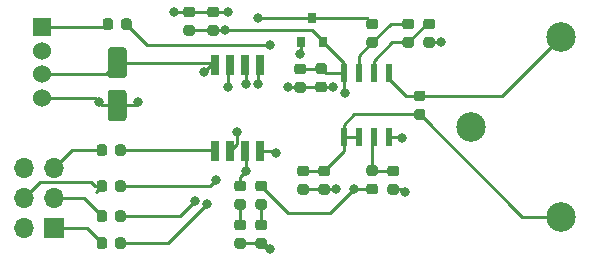
<source format=gbr>
G04 #@! TF.GenerationSoftware,KiCad,Pcbnew,(5.1.0)-1*
G04 #@! TF.CreationDate,2019-03-23T20:55:25-04:00*
G04 #@! TF.ProjectId,current_sense,63757272-656e-4745-9f73-656e73652e6b,rev?*
G04 #@! TF.SameCoordinates,Original*
G04 #@! TF.FileFunction,Copper,L1,Top*
G04 #@! TF.FilePolarity,Positive*
%FSLAX46Y46*%
G04 Gerber Fmt 4.6, Leading zero omitted, Abs format (unit mm)*
G04 Created by KiCad (PCBNEW (5.1.0)-1) date 2019-03-23 20:55:25*
%MOMM*%
%LPD*%
G04 APERTURE LIST*
%ADD10C,0.100000*%
%ADD11C,0.875000*%
%ADD12C,2.500000*%
%ADD13C,1.600000*%
%ADD14R,0.800000X0.900000*%
%ADD15O,1.700000X1.700000*%
%ADD16R,1.700000X1.700000*%
%ADD17C,1.524000*%
%ADD18R,1.524000X1.524000*%
%ADD19R,0.600000X1.550000*%
%ADD20R,0.650000X1.700000*%
%ADD21C,0.800000*%
%ADD22C,0.250000*%
G04 APERTURE END LIST*
D10*
G36*
X140739691Y-48052053D02*
G01*
X140760926Y-48055203D01*
X140781750Y-48060419D01*
X140801962Y-48067651D01*
X140821368Y-48076830D01*
X140839781Y-48087866D01*
X140857024Y-48100654D01*
X140872930Y-48115070D01*
X140887346Y-48130976D01*
X140900134Y-48148219D01*
X140911170Y-48166632D01*
X140920349Y-48186038D01*
X140927581Y-48206250D01*
X140932797Y-48227074D01*
X140935947Y-48248309D01*
X140937000Y-48269750D01*
X140937000Y-48707250D01*
X140935947Y-48728691D01*
X140932797Y-48749926D01*
X140927581Y-48770750D01*
X140920349Y-48790962D01*
X140911170Y-48810368D01*
X140900134Y-48828781D01*
X140887346Y-48846024D01*
X140872930Y-48861930D01*
X140857024Y-48876346D01*
X140839781Y-48889134D01*
X140821368Y-48900170D01*
X140801962Y-48909349D01*
X140781750Y-48916581D01*
X140760926Y-48921797D01*
X140739691Y-48924947D01*
X140718250Y-48926000D01*
X140205750Y-48926000D01*
X140184309Y-48924947D01*
X140163074Y-48921797D01*
X140142250Y-48916581D01*
X140122038Y-48909349D01*
X140102632Y-48900170D01*
X140084219Y-48889134D01*
X140066976Y-48876346D01*
X140051070Y-48861930D01*
X140036654Y-48846024D01*
X140023866Y-48828781D01*
X140012830Y-48810368D01*
X140003651Y-48790962D01*
X139996419Y-48770750D01*
X139991203Y-48749926D01*
X139988053Y-48728691D01*
X139987000Y-48707250D01*
X139987000Y-48269750D01*
X139988053Y-48248309D01*
X139991203Y-48227074D01*
X139996419Y-48206250D01*
X140003651Y-48186038D01*
X140012830Y-48166632D01*
X140023866Y-48148219D01*
X140036654Y-48130976D01*
X140051070Y-48115070D01*
X140066976Y-48100654D01*
X140084219Y-48087866D01*
X140102632Y-48076830D01*
X140122038Y-48067651D01*
X140142250Y-48060419D01*
X140163074Y-48055203D01*
X140184309Y-48052053D01*
X140205750Y-48051000D01*
X140718250Y-48051000D01*
X140739691Y-48052053D01*
X140739691Y-48052053D01*
G37*
D11*
X140462000Y-48488500D03*
D10*
G36*
X140739691Y-49627053D02*
G01*
X140760926Y-49630203D01*
X140781750Y-49635419D01*
X140801962Y-49642651D01*
X140821368Y-49651830D01*
X140839781Y-49662866D01*
X140857024Y-49675654D01*
X140872930Y-49690070D01*
X140887346Y-49705976D01*
X140900134Y-49723219D01*
X140911170Y-49741632D01*
X140920349Y-49761038D01*
X140927581Y-49781250D01*
X140932797Y-49802074D01*
X140935947Y-49823309D01*
X140937000Y-49844750D01*
X140937000Y-50282250D01*
X140935947Y-50303691D01*
X140932797Y-50324926D01*
X140927581Y-50345750D01*
X140920349Y-50365962D01*
X140911170Y-50385368D01*
X140900134Y-50403781D01*
X140887346Y-50421024D01*
X140872930Y-50436930D01*
X140857024Y-50451346D01*
X140839781Y-50464134D01*
X140821368Y-50475170D01*
X140801962Y-50484349D01*
X140781750Y-50491581D01*
X140760926Y-50496797D01*
X140739691Y-50499947D01*
X140718250Y-50501000D01*
X140205750Y-50501000D01*
X140184309Y-50499947D01*
X140163074Y-50496797D01*
X140142250Y-50491581D01*
X140122038Y-50484349D01*
X140102632Y-50475170D01*
X140084219Y-50464134D01*
X140066976Y-50451346D01*
X140051070Y-50436930D01*
X140036654Y-50421024D01*
X140023866Y-50403781D01*
X140012830Y-50385368D01*
X140003651Y-50365962D01*
X139996419Y-50345750D01*
X139991203Y-50324926D01*
X139988053Y-50303691D01*
X139987000Y-50282250D01*
X139987000Y-49844750D01*
X139988053Y-49823309D01*
X139991203Y-49802074D01*
X139996419Y-49781250D01*
X140003651Y-49761038D01*
X140012830Y-49741632D01*
X140023866Y-49723219D01*
X140036654Y-49705976D01*
X140051070Y-49690070D01*
X140066976Y-49675654D01*
X140084219Y-49662866D01*
X140102632Y-49651830D01*
X140122038Y-49642651D01*
X140142250Y-49635419D01*
X140163074Y-49630203D01*
X140184309Y-49627053D01*
X140205750Y-49626000D01*
X140718250Y-49626000D01*
X140739691Y-49627053D01*
X140739691Y-49627053D01*
G37*
D11*
X140462000Y-50063500D03*
D10*
G36*
X142517691Y-48052053D02*
G01*
X142538926Y-48055203D01*
X142559750Y-48060419D01*
X142579962Y-48067651D01*
X142599368Y-48076830D01*
X142617781Y-48087866D01*
X142635024Y-48100654D01*
X142650930Y-48115070D01*
X142665346Y-48130976D01*
X142678134Y-48148219D01*
X142689170Y-48166632D01*
X142698349Y-48186038D01*
X142705581Y-48206250D01*
X142710797Y-48227074D01*
X142713947Y-48248309D01*
X142715000Y-48269750D01*
X142715000Y-48707250D01*
X142713947Y-48728691D01*
X142710797Y-48749926D01*
X142705581Y-48770750D01*
X142698349Y-48790962D01*
X142689170Y-48810368D01*
X142678134Y-48828781D01*
X142665346Y-48846024D01*
X142650930Y-48861930D01*
X142635024Y-48876346D01*
X142617781Y-48889134D01*
X142599368Y-48900170D01*
X142579962Y-48909349D01*
X142559750Y-48916581D01*
X142538926Y-48921797D01*
X142517691Y-48924947D01*
X142496250Y-48926000D01*
X141983750Y-48926000D01*
X141962309Y-48924947D01*
X141941074Y-48921797D01*
X141920250Y-48916581D01*
X141900038Y-48909349D01*
X141880632Y-48900170D01*
X141862219Y-48889134D01*
X141844976Y-48876346D01*
X141829070Y-48861930D01*
X141814654Y-48846024D01*
X141801866Y-48828781D01*
X141790830Y-48810368D01*
X141781651Y-48790962D01*
X141774419Y-48770750D01*
X141769203Y-48749926D01*
X141766053Y-48728691D01*
X141765000Y-48707250D01*
X141765000Y-48269750D01*
X141766053Y-48248309D01*
X141769203Y-48227074D01*
X141774419Y-48206250D01*
X141781651Y-48186038D01*
X141790830Y-48166632D01*
X141801866Y-48148219D01*
X141814654Y-48130976D01*
X141829070Y-48115070D01*
X141844976Y-48100654D01*
X141862219Y-48087866D01*
X141880632Y-48076830D01*
X141900038Y-48067651D01*
X141920250Y-48060419D01*
X141941074Y-48055203D01*
X141962309Y-48052053D01*
X141983750Y-48051000D01*
X142496250Y-48051000D01*
X142517691Y-48052053D01*
X142517691Y-48052053D01*
G37*
D11*
X142240000Y-48488500D03*
D10*
G36*
X142517691Y-49627053D02*
G01*
X142538926Y-49630203D01*
X142559750Y-49635419D01*
X142579962Y-49642651D01*
X142599368Y-49651830D01*
X142617781Y-49662866D01*
X142635024Y-49675654D01*
X142650930Y-49690070D01*
X142665346Y-49705976D01*
X142678134Y-49723219D01*
X142689170Y-49741632D01*
X142698349Y-49761038D01*
X142705581Y-49781250D01*
X142710797Y-49802074D01*
X142713947Y-49823309D01*
X142715000Y-49844750D01*
X142715000Y-50282250D01*
X142713947Y-50303691D01*
X142710797Y-50324926D01*
X142705581Y-50345750D01*
X142698349Y-50365962D01*
X142689170Y-50385368D01*
X142678134Y-50403781D01*
X142665346Y-50421024D01*
X142650930Y-50436930D01*
X142635024Y-50451346D01*
X142617781Y-50464134D01*
X142599368Y-50475170D01*
X142579962Y-50484349D01*
X142559750Y-50491581D01*
X142538926Y-50496797D01*
X142517691Y-50499947D01*
X142496250Y-50501000D01*
X141983750Y-50501000D01*
X141962309Y-50499947D01*
X141941074Y-50496797D01*
X141920250Y-50491581D01*
X141900038Y-50484349D01*
X141880632Y-50475170D01*
X141862219Y-50464134D01*
X141844976Y-50451346D01*
X141829070Y-50436930D01*
X141814654Y-50421024D01*
X141801866Y-50403781D01*
X141790830Y-50385368D01*
X141781651Y-50365962D01*
X141774419Y-50345750D01*
X141769203Y-50324926D01*
X141766053Y-50303691D01*
X141765000Y-50282250D01*
X141765000Y-49844750D01*
X141766053Y-49823309D01*
X141769203Y-49802074D01*
X141774419Y-49781250D01*
X141781651Y-49761038D01*
X141790830Y-49741632D01*
X141801866Y-49723219D01*
X141814654Y-49705976D01*
X141829070Y-49690070D01*
X141844976Y-49675654D01*
X141862219Y-49662866D01*
X141880632Y-49651830D01*
X141900038Y-49642651D01*
X141920250Y-49635419D01*
X141941074Y-49630203D01*
X141962309Y-49627053D01*
X141983750Y-49626000D01*
X142496250Y-49626000D01*
X142517691Y-49627053D01*
X142517691Y-49627053D01*
G37*
D11*
X142240000Y-50063500D03*
D10*
G36*
X131595691Y-53437053D02*
G01*
X131616926Y-53440203D01*
X131637750Y-53445419D01*
X131657962Y-53452651D01*
X131677368Y-53461830D01*
X131695781Y-53472866D01*
X131713024Y-53485654D01*
X131728930Y-53500070D01*
X131743346Y-53515976D01*
X131756134Y-53533219D01*
X131767170Y-53551632D01*
X131776349Y-53571038D01*
X131783581Y-53591250D01*
X131788797Y-53612074D01*
X131791947Y-53633309D01*
X131793000Y-53654750D01*
X131793000Y-54092250D01*
X131791947Y-54113691D01*
X131788797Y-54134926D01*
X131783581Y-54155750D01*
X131776349Y-54175962D01*
X131767170Y-54195368D01*
X131756134Y-54213781D01*
X131743346Y-54231024D01*
X131728930Y-54246930D01*
X131713024Y-54261346D01*
X131695781Y-54274134D01*
X131677368Y-54285170D01*
X131657962Y-54294349D01*
X131637750Y-54301581D01*
X131616926Y-54306797D01*
X131595691Y-54309947D01*
X131574250Y-54311000D01*
X131061750Y-54311000D01*
X131040309Y-54309947D01*
X131019074Y-54306797D01*
X130998250Y-54301581D01*
X130978038Y-54294349D01*
X130958632Y-54285170D01*
X130940219Y-54274134D01*
X130922976Y-54261346D01*
X130907070Y-54246930D01*
X130892654Y-54231024D01*
X130879866Y-54213781D01*
X130868830Y-54195368D01*
X130859651Y-54175962D01*
X130852419Y-54155750D01*
X130847203Y-54134926D01*
X130844053Y-54113691D01*
X130843000Y-54092250D01*
X130843000Y-53654750D01*
X130844053Y-53633309D01*
X130847203Y-53612074D01*
X130852419Y-53591250D01*
X130859651Y-53571038D01*
X130868830Y-53551632D01*
X130879866Y-53533219D01*
X130892654Y-53515976D01*
X130907070Y-53500070D01*
X130922976Y-53485654D01*
X130940219Y-53472866D01*
X130958632Y-53461830D01*
X130978038Y-53452651D01*
X130998250Y-53445419D01*
X131019074Y-53440203D01*
X131040309Y-53437053D01*
X131061750Y-53436000D01*
X131574250Y-53436000D01*
X131595691Y-53437053D01*
X131595691Y-53437053D01*
G37*
D11*
X131318000Y-53873500D03*
D10*
G36*
X131595691Y-51862053D02*
G01*
X131616926Y-51865203D01*
X131637750Y-51870419D01*
X131657962Y-51877651D01*
X131677368Y-51886830D01*
X131695781Y-51897866D01*
X131713024Y-51910654D01*
X131728930Y-51925070D01*
X131743346Y-51940976D01*
X131756134Y-51958219D01*
X131767170Y-51976632D01*
X131776349Y-51996038D01*
X131783581Y-52016250D01*
X131788797Y-52037074D01*
X131791947Y-52058309D01*
X131793000Y-52079750D01*
X131793000Y-52517250D01*
X131791947Y-52538691D01*
X131788797Y-52559926D01*
X131783581Y-52580750D01*
X131776349Y-52600962D01*
X131767170Y-52620368D01*
X131756134Y-52638781D01*
X131743346Y-52656024D01*
X131728930Y-52671930D01*
X131713024Y-52686346D01*
X131695781Y-52699134D01*
X131677368Y-52710170D01*
X131657962Y-52719349D01*
X131637750Y-52726581D01*
X131616926Y-52731797D01*
X131595691Y-52734947D01*
X131574250Y-52736000D01*
X131061750Y-52736000D01*
X131040309Y-52734947D01*
X131019074Y-52731797D01*
X130998250Y-52726581D01*
X130978038Y-52719349D01*
X130958632Y-52710170D01*
X130940219Y-52699134D01*
X130922976Y-52686346D01*
X130907070Y-52671930D01*
X130892654Y-52656024D01*
X130879866Y-52638781D01*
X130868830Y-52620368D01*
X130859651Y-52600962D01*
X130852419Y-52580750D01*
X130847203Y-52559926D01*
X130844053Y-52538691D01*
X130843000Y-52517250D01*
X130843000Y-52079750D01*
X130844053Y-52058309D01*
X130847203Y-52037074D01*
X130852419Y-52016250D01*
X130859651Y-51996038D01*
X130868830Y-51976632D01*
X130879866Y-51958219D01*
X130892654Y-51940976D01*
X130907070Y-51925070D01*
X130922976Y-51910654D01*
X130940219Y-51897866D01*
X130958632Y-51886830D01*
X130978038Y-51877651D01*
X130998250Y-51870419D01*
X131019074Y-51865203D01*
X131040309Y-51862053D01*
X131061750Y-51861000D01*
X131574250Y-51861000D01*
X131595691Y-51862053D01*
X131595691Y-51862053D01*
G37*
D11*
X131318000Y-52298500D03*
D10*
G36*
X133373691Y-53411553D02*
G01*
X133394926Y-53414703D01*
X133415750Y-53419919D01*
X133435962Y-53427151D01*
X133455368Y-53436330D01*
X133473781Y-53447366D01*
X133491024Y-53460154D01*
X133506930Y-53474570D01*
X133521346Y-53490476D01*
X133534134Y-53507719D01*
X133545170Y-53526132D01*
X133554349Y-53545538D01*
X133561581Y-53565750D01*
X133566797Y-53586574D01*
X133569947Y-53607809D01*
X133571000Y-53629250D01*
X133571000Y-54066750D01*
X133569947Y-54088191D01*
X133566797Y-54109426D01*
X133561581Y-54130250D01*
X133554349Y-54150462D01*
X133545170Y-54169868D01*
X133534134Y-54188281D01*
X133521346Y-54205524D01*
X133506930Y-54221430D01*
X133491024Y-54235846D01*
X133473781Y-54248634D01*
X133455368Y-54259670D01*
X133435962Y-54268849D01*
X133415750Y-54276081D01*
X133394926Y-54281297D01*
X133373691Y-54284447D01*
X133352250Y-54285500D01*
X132839750Y-54285500D01*
X132818309Y-54284447D01*
X132797074Y-54281297D01*
X132776250Y-54276081D01*
X132756038Y-54268849D01*
X132736632Y-54259670D01*
X132718219Y-54248634D01*
X132700976Y-54235846D01*
X132685070Y-54221430D01*
X132670654Y-54205524D01*
X132657866Y-54188281D01*
X132646830Y-54169868D01*
X132637651Y-54150462D01*
X132630419Y-54130250D01*
X132625203Y-54109426D01*
X132622053Y-54088191D01*
X132621000Y-54066750D01*
X132621000Y-53629250D01*
X132622053Y-53607809D01*
X132625203Y-53586574D01*
X132630419Y-53565750D01*
X132637651Y-53545538D01*
X132646830Y-53526132D01*
X132657866Y-53507719D01*
X132670654Y-53490476D01*
X132685070Y-53474570D01*
X132700976Y-53460154D01*
X132718219Y-53447366D01*
X132736632Y-53436330D01*
X132756038Y-53427151D01*
X132776250Y-53419919D01*
X132797074Y-53414703D01*
X132818309Y-53411553D01*
X132839750Y-53410500D01*
X133352250Y-53410500D01*
X133373691Y-53411553D01*
X133373691Y-53411553D01*
G37*
D11*
X133096000Y-53848000D03*
D10*
G36*
X133373691Y-51836553D02*
G01*
X133394926Y-51839703D01*
X133415750Y-51844919D01*
X133435962Y-51852151D01*
X133455368Y-51861330D01*
X133473781Y-51872366D01*
X133491024Y-51885154D01*
X133506930Y-51899570D01*
X133521346Y-51915476D01*
X133534134Y-51932719D01*
X133545170Y-51951132D01*
X133554349Y-51970538D01*
X133561581Y-51990750D01*
X133566797Y-52011574D01*
X133569947Y-52032809D01*
X133571000Y-52054250D01*
X133571000Y-52491750D01*
X133569947Y-52513191D01*
X133566797Y-52534426D01*
X133561581Y-52555250D01*
X133554349Y-52575462D01*
X133545170Y-52594868D01*
X133534134Y-52613281D01*
X133521346Y-52630524D01*
X133506930Y-52646430D01*
X133491024Y-52660846D01*
X133473781Y-52673634D01*
X133455368Y-52684670D01*
X133435962Y-52693849D01*
X133415750Y-52701081D01*
X133394926Y-52706297D01*
X133373691Y-52709447D01*
X133352250Y-52710500D01*
X132839750Y-52710500D01*
X132818309Y-52709447D01*
X132797074Y-52706297D01*
X132776250Y-52701081D01*
X132756038Y-52693849D01*
X132736632Y-52684670D01*
X132718219Y-52673634D01*
X132700976Y-52660846D01*
X132685070Y-52646430D01*
X132670654Y-52630524D01*
X132657866Y-52613281D01*
X132646830Y-52594868D01*
X132637651Y-52575462D01*
X132630419Y-52555250D01*
X132625203Y-52534426D01*
X132622053Y-52513191D01*
X132621000Y-52491750D01*
X132621000Y-52054250D01*
X132622053Y-52032809D01*
X132625203Y-52011574D01*
X132630419Y-51990750D01*
X132637651Y-51970538D01*
X132646830Y-51951132D01*
X132657866Y-51932719D01*
X132670654Y-51915476D01*
X132685070Y-51899570D01*
X132700976Y-51885154D01*
X132718219Y-51872366D01*
X132736632Y-51861330D01*
X132756038Y-51852151D01*
X132776250Y-51844919D01*
X132797074Y-51839703D01*
X132818309Y-51836553D01*
X132839750Y-51835500D01*
X133352250Y-51835500D01*
X133373691Y-51836553D01*
X133373691Y-51836553D01*
G37*
D11*
X133096000Y-52273000D03*
D12*
X145824000Y-57212000D03*
X153444000Y-64832000D03*
X153444000Y-49592000D03*
D10*
G36*
X131849691Y-62073053D02*
G01*
X131870926Y-62076203D01*
X131891750Y-62081419D01*
X131911962Y-62088651D01*
X131931368Y-62097830D01*
X131949781Y-62108866D01*
X131967024Y-62121654D01*
X131982930Y-62136070D01*
X131997346Y-62151976D01*
X132010134Y-62169219D01*
X132021170Y-62187632D01*
X132030349Y-62207038D01*
X132037581Y-62227250D01*
X132042797Y-62248074D01*
X132045947Y-62269309D01*
X132047000Y-62290750D01*
X132047000Y-62728250D01*
X132045947Y-62749691D01*
X132042797Y-62770926D01*
X132037581Y-62791750D01*
X132030349Y-62811962D01*
X132021170Y-62831368D01*
X132010134Y-62849781D01*
X131997346Y-62867024D01*
X131982930Y-62882930D01*
X131967024Y-62897346D01*
X131949781Y-62910134D01*
X131931368Y-62921170D01*
X131911962Y-62930349D01*
X131891750Y-62937581D01*
X131870926Y-62942797D01*
X131849691Y-62945947D01*
X131828250Y-62947000D01*
X131315750Y-62947000D01*
X131294309Y-62945947D01*
X131273074Y-62942797D01*
X131252250Y-62937581D01*
X131232038Y-62930349D01*
X131212632Y-62921170D01*
X131194219Y-62910134D01*
X131176976Y-62897346D01*
X131161070Y-62882930D01*
X131146654Y-62867024D01*
X131133866Y-62849781D01*
X131122830Y-62831368D01*
X131113651Y-62811962D01*
X131106419Y-62791750D01*
X131101203Y-62770926D01*
X131098053Y-62749691D01*
X131097000Y-62728250D01*
X131097000Y-62290750D01*
X131098053Y-62269309D01*
X131101203Y-62248074D01*
X131106419Y-62227250D01*
X131113651Y-62207038D01*
X131122830Y-62187632D01*
X131133866Y-62169219D01*
X131146654Y-62151976D01*
X131161070Y-62136070D01*
X131176976Y-62121654D01*
X131194219Y-62108866D01*
X131212632Y-62097830D01*
X131232038Y-62088651D01*
X131252250Y-62081419D01*
X131273074Y-62076203D01*
X131294309Y-62073053D01*
X131315750Y-62072000D01*
X131828250Y-62072000D01*
X131849691Y-62073053D01*
X131849691Y-62073053D01*
G37*
D11*
X131572000Y-62509500D03*
D10*
G36*
X131849691Y-60498053D02*
G01*
X131870926Y-60501203D01*
X131891750Y-60506419D01*
X131911962Y-60513651D01*
X131931368Y-60522830D01*
X131949781Y-60533866D01*
X131967024Y-60546654D01*
X131982930Y-60561070D01*
X131997346Y-60576976D01*
X132010134Y-60594219D01*
X132021170Y-60612632D01*
X132030349Y-60632038D01*
X132037581Y-60652250D01*
X132042797Y-60673074D01*
X132045947Y-60694309D01*
X132047000Y-60715750D01*
X132047000Y-61153250D01*
X132045947Y-61174691D01*
X132042797Y-61195926D01*
X132037581Y-61216750D01*
X132030349Y-61236962D01*
X132021170Y-61256368D01*
X132010134Y-61274781D01*
X131997346Y-61292024D01*
X131982930Y-61307930D01*
X131967024Y-61322346D01*
X131949781Y-61335134D01*
X131931368Y-61346170D01*
X131911962Y-61355349D01*
X131891750Y-61362581D01*
X131870926Y-61367797D01*
X131849691Y-61370947D01*
X131828250Y-61372000D01*
X131315750Y-61372000D01*
X131294309Y-61370947D01*
X131273074Y-61367797D01*
X131252250Y-61362581D01*
X131232038Y-61355349D01*
X131212632Y-61346170D01*
X131194219Y-61335134D01*
X131176976Y-61322346D01*
X131161070Y-61307930D01*
X131146654Y-61292024D01*
X131133866Y-61274781D01*
X131122830Y-61256368D01*
X131113651Y-61236962D01*
X131106419Y-61216750D01*
X131101203Y-61195926D01*
X131098053Y-61174691D01*
X131097000Y-61153250D01*
X131097000Y-60715750D01*
X131098053Y-60694309D01*
X131101203Y-60673074D01*
X131106419Y-60652250D01*
X131113651Y-60632038D01*
X131122830Y-60612632D01*
X131133866Y-60594219D01*
X131146654Y-60576976D01*
X131161070Y-60561070D01*
X131176976Y-60546654D01*
X131194219Y-60533866D01*
X131212632Y-60522830D01*
X131232038Y-60513651D01*
X131252250Y-60506419D01*
X131273074Y-60501203D01*
X131294309Y-60498053D01*
X131315750Y-60497000D01*
X131828250Y-60497000D01*
X131849691Y-60498053D01*
X131849691Y-60498053D01*
G37*
D11*
X131572000Y-60934500D03*
D10*
G36*
X133627691Y-62073053D02*
G01*
X133648926Y-62076203D01*
X133669750Y-62081419D01*
X133689962Y-62088651D01*
X133709368Y-62097830D01*
X133727781Y-62108866D01*
X133745024Y-62121654D01*
X133760930Y-62136070D01*
X133775346Y-62151976D01*
X133788134Y-62169219D01*
X133799170Y-62187632D01*
X133808349Y-62207038D01*
X133815581Y-62227250D01*
X133820797Y-62248074D01*
X133823947Y-62269309D01*
X133825000Y-62290750D01*
X133825000Y-62728250D01*
X133823947Y-62749691D01*
X133820797Y-62770926D01*
X133815581Y-62791750D01*
X133808349Y-62811962D01*
X133799170Y-62831368D01*
X133788134Y-62849781D01*
X133775346Y-62867024D01*
X133760930Y-62882930D01*
X133745024Y-62897346D01*
X133727781Y-62910134D01*
X133709368Y-62921170D01*
X133689962Y-62930349D01*
X133669750Y-62937581D01*
X133648926Y-62942797D01*
X133627691Y-62945947D01*
X133606250Y-62947000D01*
X133093750Y-62947000D01*
X133072309Y-62945947D01*
X133051074Y-62942797D01*
X133030250Y-62937581D01*
X133010038Y-62930349D01*
X132990632Y-62921170D01*
X132972219Y-62910134D01*
X132954976Y-62897346D01*
X132939070Y-62882930D01*
X132924654Y-62867024D01*
X132911866Y-62849781D01*
X132900830Y-62831368D01*
X132891651Y-62811962D01*
X132884419Y-62791750D01*
X132879203Y-62770926D01*
X132876053Y-62749691D01*
X132875000Y-62728250D01*
X132875000Y-62290750D01*
X132876053Y-62269309D01*
X132879203Y-62248074D01*
X132884419Y-62227250D01*
X132891651Y-62207038D01*
X132900830Y-62187632D01*
X132911866Y-62169219D01*
X132924654Y-62151976D01*
X132939070Y-62136070D01*
X132954976Y-62121654D01*
X132972219Y-62108866D01*
X132990632Y-62097830D01*
X133010038Y-62088651D01*
X133030250Y-62081419D01*
X133051074Y-62076203D01*
X133072309Y-62073053D01*
X133093750Y-62072000D01*
X133606250Y-62072000D01*
X133627691Y-62073053D01*
X133627691Y-62073053D01*
G37*
D11*
X133350000Y-62509500D03*
D10*
G36*
X133627691Y-60498053D02*
G01*
X133648926Y-60501203D01*
X133669750Y-60506419D01*
X133689962Y-60513651D01*
X133709368Y-60522830D01*
X133727781Y-60533866D01*
X133745024Y-60546654D01*
X133760930Y-60561070D01*
X133775346Y-60576976D01*
X133788134Y-60594219D01*
X133799170Y-60612632D01*
X133808349Y-60632038D01*
X133815581Y-60652250D01*
X133820797Y-60673074D01*
X133823947Y-60694309D01*
X133825000Y-60715750D01*
X133825000Y-61153250D01*
X133823947Y-61174691D01*
X133820797Y-61195926D01*
X133815581Y-61216750D01*
X133808349Y-61236962D01*
X133799170Y-61256368D01*
X133788134Y-61274781D01*
X133775346Y-61292024D01*
X133760930Y-61307930D01*
X133745024Y-61322346D01*
X133727781Y-61335134D01*
X133709368Y-61346170D01*
X133689962Y-61355349D01*
X133669750Y-61362581D01*
X133648926Y-61367797D01*
X133627691Y-61370947D01*
X133606250Y-61372000D01*
X133093750Y-61372000D01*
X133072309Y-61370947D01*
X133051074Y-61367797D01*
X133030250Y-61362581D01*
X133010038Y-61355349D01*
X132990632Y-61346170D01*
X132972219Y-61335134D01*
X132954976Y-61322346D01*
X132939070Y-61307930D01*
X132924654Y-61292024D01*
X132911866Y-61274781D01*
X132900830Y-61256368D01*
X132891651Y-61236962D01*
X132884419Y-61216750D01*
X132879203Y-61195926D01*
X132876053Y-61174691D01*
X132875000Y-61153250D01*
X132875000Y-60715750D01*
X132876053Y-60694309D01*
X132879203Y-60673074D01*
X132884419Y-60652250D01*
X132891651Y-60632038D01*
X132900830Y-60612632D01*
X132911866Y-60594219D01*
X132924654Y-60576976D01*
X132939070Y-60561070D01*
X132954976Y-60546654D01*
X132972219Y-60533866D01*
X132990632Y-60522830D01*
X133010038Y-60513651D01*
X133030250Y-60506419D01*
X133051074Y-60501203D01*
X133072309Y-60498053D01*
X133093750Y-60497000D01*
X133606250Y-60497000D01*
X133627691Y-60498053D01*
X133627691Y-60498053D01*
G37*
D11*
X133350000Y-60934500D03*
D10*
G36*
X116398504Y-54095204D02*
G01*
X116422773Y-54098804D01*
X116446571Y-54104765D01*
X116469671Y-54113030D01*
X116491849Y-54123520D01*
X116512893Y-54136133D01*
X116532598Y-54150747D01*
X116550777Y-54167223D01*
X116567253Y-54185402D01*
X116581867Y-54205107D01*
X116594480Y-54226151D01*
X116604970Y-54248329D01*
X116613235Y-54271429D01*
X116619196Y-54295227D01*
X116622796Y-54319496D01*
X116624000Y-54344000D01*
X116624000Y-56444000D01*
X116622796Y-56468504D01*
X116619196Y-56492773D01*
X116613235Y-56516571D01*
X116604970Y-56539671D01*
X116594480Y-56561849D01*
X116581867Y-56582893D01*
X116567253Y-56602598D01*
X116550777Y-56620777D01*
X116532598Y-56637253D01*
X116512893Y-56651867D01*
X116491849Y-56664480D01*
X116469671Y-56674970D01*
X116446571Y-56683235D01*
X116422773Y-56689196D01*
X116398504Y-56692796D01*
X116374000Y-56694000D01*
X115274000Y-56694000D01*
X115249496Y-56692796D01*
X115225227Y-56689196D01*
X115201429Y-56683235D01*
X115178329Y-56674970D01*
X115156151Y-56664480D01*
X115135107Y-56651867D01*
X115115402Y-56637253D01*
X115097223Y-56620777D01*
X115080747Y-56602598D01*
X115066133Y-56582893D01*
X115053520Y-56561849D01*
X115043030Y-56539671D01*
X115034765Y-56516571D01*
X115028804Y-56492773D01*
X115025204Y-56468504D01*
X115024000Y-56444000D01*
X115024000Y-54344000D01*
X115025204Y-54319496D01*
X115028804Y-54295227D01*
X115034765Y-54271429D01*
X115043030Y-54248329D01*
X115053520Y-54226151D01*
X115066133Y-54205107D01*
X115080747Y-54185402D01*
X115097223Y-54167223D01*
X115115402Y-54150747D01*
X115135107Y-54136133D01*
X115156151Y-54123520D01*
X115178329Y-54113030D01*
X115201429Y-54104765D01*
X115225227Y-54098804D01*
X115249496Y-54095204D01*
X115274000Y-54094000D01*
X116374000Y-54094000D01*
X116398504Y-54095204D01*
X116398504Y-54095204D01*
G37*
D13*
X115824000Y-55394000D03*
D10*
G36*
X116398504Y-50495204D02*
G01*
X116422773Y-50498804D01*
X116446571Y-50504765D01*
X116469671Y-50513030D01*
X116491849Y-50523520D01*
X116512893Y-50536133D01*
X116532598Y-50550747D01*
X116550777Y-50567223D01*
X116567253Y-50585402D01*
X116581867Y-50605107D01*
X116594480Y-50626151D01*
X116604970Y-50648329D01*
X116613235Y-50671429D01*
X116619196Y-50695227D01*
X116622796Y-50719496D01*
X116624000Y-50744000D01*
X116624000Y-52844000D01*
X116622796Y-52868504D01*
X116619196Y-52892773D01*
X116613235Y-52916571D01*
X116604970Y-52939671D01*
X116594480Y-52961849D01*
X116581867Y-52982893D01*
X116567253Y-53002598D01*
X116550777Y-53020777D01*
X116532598Y-53037253D01*
X116512893Y-53051867D01*
X116491849Y-53064480D01*
X116469671Y-53074970D01*
X116446571Y-53083235D01*
X116422773Y-53089196D01*
X116398504Y-53092796D01*
X116374000Y-53094000D01*
X115274000Y-53094000D01*
X115249496Y-53092796D01*
X115225227Y-53089196D01*
X115201429Y-53083235D01*
X115178329Y-53074970D01*
X115156151Y-53064480D01*
X115135107Y-53051867D01*
X115115402Y-53037253D01*
X115097223Y-53020777D01*
X115080747Y-53002598D01*
X115066133Y-52982893D01*
X115053520Y-52961849D01*
X115043030Y-52939671D01*
X115034765Y-52916571D01*
X115028804Y-52892773D01*
X115025204Y-52868504D01*
X115024000Y-52844000D01*
X115024000Y-50744000D01*
X115025204Y-50719496D01*
X115028804Y-50695227D01*
X115034765Y-50671429D01*
X115043030Y-50648329D01*
X115053520Y-50626151D01*
X115066133Y-50605107D01*
X115080747Y-50585402D01*
X115097223Y-50567223D01*
X115115402Y-50550747D01*
X115135107Y-50536133D01*
X115156151Y-50523520D01*
X115178329Y-50513030D01*
X115201429Y-50504765D01*
X115225227Y-50498804D01*
X115249496Y-50495204D01*
X115274000Y-50494000D01*
X116374000Y-50494000D01*
X116398504Y-50495204D01*
X116398504Y-50495204D01*
G37*
D13*
X115824000Y-51794000D03*
D10*
G36*
X124229691Y-47036053D02*
G01*
X124250926Y-47039203D01*
X124271750Y-47044419D01*
X124291962Y-47051651D01*
X124311368Y-47060830D01*
X124329781Y-47071866D01*
X124347024Y-47084654D01*
X124362930Y-47099070D01*
X124377346Y-47114976D01*
X124390134Y-47132219D01*
X124401170Y-47150632D01*
X124410349Y-47170038D01*
X124417581Y-47190250D01*
X124422797Y-47211074D01*
X124425947Y-47232309D01*
X124427000Y-47253750D01*
X124427000Y-47691250D01*
X124425947Y-47712691D01*
X124422797Y-47733926D01*
X124417581Y-47754750D01*
X124410349Y-47774962D01*
X124401170Y-47794368D01*
X124390134Y-47812781D01*
X124377346Y-47830024D01*
X124362930Y-47845930D01*
X124347024Y-47860346D01*
X124329781Y-47873134D01*
X124311368Y-47884170D01*
X124291962Y-47893349D01*
X124271750Y-47900581D01*
X124250926Y-47905797D01*
X124229691Y-47908947D01*
X124208250Y-47910000D01*
X123695750Y-47910000D01*
X123674309Y-47908947D01*
X123653074Y-47905797D01*
X123632250Y-47900581D01*
X123612038Y-47893349D01*
X123592632Y-47884170D01*
X123574219Y-47873134D01*
X123556976Y-47860346D01*
X123541070Y-47845930D01*
X123526654Y-47830024D01*
X123513866Y-47812781D01*
X123502830Y-47794368D01*
X123493651Y-47774962D01*
X123486419Y-47754750D01*
X123481203Y-47733926D01*
X123478053Y-47712691D01*
X123477000Y-47691250D01*
X123477000Y-47253750D01*
X123478053Y-47232309D01*
X123481203Y-47211074D01*
X123486419Y-47190250D01*
X123493651Y-47170038D01*
X123502830Y-47150632D01*
X123513866Y-47132219D01*
X123526654Y-47114976D01*
X123541070Y-47099070D01*
X123556976Y-47084654D01*
X123574219Y-47071866D01*
X123592632Y-47060830D01*
X123612038Y-47051651D01*
X123632250Y-47044419D01*
X123653074Y-47039203D01*
X123674309Y-47036053D01*
X123695750Y-47035000D01*
X124208250Y-47035000D01*
X124229691Y-47036053D01*
X124229691Y-47036053D01*
G37*
D11*
X123952000Y-47472500D03*
D10*
G36*
X124229691Y-48611053D02*
G01*
X124250926Y-48614203D01*
X124271750Y-48619419D01*
X124291962Y-48626651D01*
X124311368Y-48635830D01*
X124329781Y-48646866D01*
X124347024Y-48659654D01*
X124362930Y-48674070D01*
X124377346Y-48689976D01*
X124390134Y-48707219D01*
X124401170Y-48725632D01*
X124410349Y-48745038D01*
X124417581Y-48765250D01*
X124422797Y-48786074D01*
X124425947Y-48807309D01*
X124427000Y-48828750D01*
X124427000Y-49266250D01*
X124425947Y-49287691D01*
X124422797Y-49308926D01*
X124417581Y-49329750D01*
X124410349Y-49349962D01*
X124401170Y-49369368D01*
X124390134Y-49387781D01*
X124377346Y-49405024D01*
X124362930Y-49420930D01*
X124347024Y-49435346D01*
X124329781Y-49448134D01*
X124311368Y-49459170D01*
X124291962Y-49468349D01*
X124271750Y-49475581D01*
X124250926Y-49480797D01*
X124229691Y-49483947D01*
X124208250Y-49485000D01*
X123695750Y-49485000D01*
X123674309Y-49483947D01*
X123653074Y-49480797D01*
X123632250Y-49475581D01*
X123612038Y-49468349D01*
X123592632Y-49459170D01*
X123574219Y-49448134D01*
X123556976Y-49435346D01*
X123541070Y-49420930D01*
X123526654Y-49405024D01*
X123513866Y-49387781D01*
X123502830Y-49369368D01*
X123493651Y-49349962D01*
X123486419Y-49329750D01*
X123481203Y-49308926D01*
X123478053Y-49287691D01*
X123477000Y-49266250D01*
X123477000Y-48828750D01*
X123478053Y-48807309D01*
X123481203Y-48786074D01*
X123486419Y-48765250D01*
X123493651Y-48745038D01*
X123502830Y-48725632D01*
X123513866Y-48707219D01*
X123526654Y-48689976D01*
X123541070Y-48674070D01*
X123556976Y-48659654D01*
X123574219Y-48646866D01*
X123592632Y-48635830D01*
X123612038Y-48626651D01*
X123632250Y-48619419D01*
X123653074Y-48614203D01*
X123674309Y-48611053D01*
X123695750Y-48610000D01*
X124208250Y-48610000D01*
X124229691Y-48611053D01*
X124229691Y-48611053D01*
G37*
D11*
X123952000Y-49047500D03*
D10*
G36*
X122197691Y-47036053D02*
G01*
X122218926Y-47039203D01*
X122239750Y-47044419D01*
X122259962Y-47051651D01*
X122279368Y-47060830D01*
X122297781Y-47071866D01*
X122315024Y-47084654D01*
X122330930Y-47099070D01*
X122345346Y-47114976D01*
X122358134Y-47132219D01*
X122369170Y-47150632D01*
X122378349Y-47170038D01*
X122385581Y-47190250D01*
X122390797Y-47211074D01*
X122393947Y-47232309D01*
X122395000Y-47253750D01*
X122395000Y-47691250D01*
X122393947Y-47712691D01*
X122390797Y-47733926D01*
X122385581Y-47754750D01*
X122378349Y-47774962D01*
X122369170Y-47794368D01*
X122358134Y-47812781D01*
X122345346Y-47830024D01*
X122330930Y-47845930D01*
X122315024Y-47860346D01*
X122297781Y-47873134D01*
X122279368Y-47884170D01*
X122259962Y-47893349D01*
X122239750Y-47900581D01*
X122218926Y-47905797D01*
X122197691Y-47908947D01*
X122176250Y-47910000D01*
X121663750Y-47910000D01*
X121642309Y-47908947D01*
X121621074Y-47905797D01*
X121600250Y-47900581D01*
X121580038Y-47893349D01*
X121560632Y-47884170D01*
X121542219Y-47873134D01*
X121524976Y-47860346D01*
X121509070Y-47845930D01*
X121494654Y-47830024D01*
X121481866Y-47812781D01*
X121470830Y-47794368D01*
X121461651Y-47774962D01*
X121454419Y-47754750D01*
X121449203Y-47733926D01*
X121446053Y-47712691D01*
X121445000Y-47691250D01*
X121445000Y-47253750D01*
X121446053Y-47232309D01*
X121449203Y-47211074D01*
X121454419Y-47190250D01*
X121461651Y-47170038D01*
X121470830Y-47150632D01*
X121481866Y-47132219D01*
X121494654Y-47114976D01*
X121509070Y-47099070D01*
X121524976Y-47084654D01*
X121542219Y-47071866D01*
X121560632Y-47060830D01*
X121580038Y-47051651D01*
X121600250Y-47044419D01*
X121621074Y-47039203D01*
X121642309Y-47036053D01*
X121663750Y-47035000D01*
X122176250Y-47035000D01*
X122197691Y-47036053D01*
X122197691Y-47036053D01*
G37*
D11*
X121920000Y-47472500D03*
D10*
G36*
X122197691Y-48611053D02*
G01*
X122218926Y-48614203D01*
X122239750Y-48619419D01*
X122259962Y-48626651D01*
X122279368Y-48635830D01*
X122297781Y-48646866D01*
X122315024Y-48659654D01*
X122330930Y-48674070D01*
X122345346Y-48689976D01*
X122358134Y-48707219D01*
X122369170Y-48725632D01*
X122378349Y-48745038D01*
X122385581Y-48765250D01*
X122390797Y-48786074D01*
X122393947Y-48807309D01*
X122395000Y-48828750D01*
X122395000Y-49266250D01*
X122393947Y-49287691D01*
X122390797Y-49308926D01*
X122385581Y-49329750D01*
X122378349Y-49349962D01*
X122369170Y-49369368D01*
X122358134Y-49387781D01*
X122345346Y-49405024D01*
X122330930Y-49420930D01*
X122315024Y-49435346D01*
X122297781Y-49448134D01*
X122279368Y-49459170D01*
X122259962Y-49468349D01*
X122239750Y-49475581D01*
X122218926Y-49480797D01*
X122197691Y-49483947D01*
X122176250Y-49485000D01*
X121663750Y-49485000D01*
X121642309Y-49483947D01*
X121621074Y-49480797D01*
X121600250Y-49475581D01*
X121580038Y-49468349D01*
X121560632Y-49459170D01*
X121542219Y-49448134D01*
X121524976Y-49435346D01*
X121509070Y-49420930D01*
X121494654Y-49405024D01*
X121481866Y-49387781D01*
X121470830Y-49369368D01*
X121461651Y-49349962D01*
X121454419Y-49329750D01*
X121449203Y-49308926D01*
X121446053Y-49287691D01*
X121445000Y-49266250D01*
X121445000Y-48828750D01*
X121446053Y-48807309D01*
X121449203Y-48786074D01*
X121454419Y-48765250D01*
X121461651Y-48745038D01*
X121470830Y-48725632D01*
X121481866Y-48707219D01*
X121494654Y-48689976D01*
X121509070Y-48674070D01*
X121524976Y-48659654D01*
X121542219Y-48646866D01*
X121560632Y-48635830D01*
X121580038Y-48626651D01*
X121600250Y-48619419D01*
X121621074Y-48614203D01*
X121642309Y-48611053D01*
X121663750Y-48610000D01*
X122176250Y-48610000D01*
X122197691Y-48611053D01*
X122197691Y-48611053D01*
G37*
D11*
X121920000Y-49047500D03*
D10*
G36*
X128293691Y-65070053D02*
G01*
X128314926Y-65073203D01*
X128335750Y-65078419D01*
X128355962Y-65085651D01*
X128375368Y-65094830D01*
X128393781Y-65105866D01*
X128411024Y-65118654D01*
X128426930Y-65133070D01*
X128441346Y-65148976D01*
X128454134Y-65166219D01*
X128465170Y-65184632D01*
X128474349Y-65204038D01*
X128481581Y-65224250D01*
X128486797Y-65245074D01*
X128489947Y-65266309D01*
X128491000Y-65287750D01*
X128491000Y-65725250D01*
X128489947Y-65746691D01*
X128486797Y-65767926D01*
X128481581Y-65788750D01*
X128474349Y-65808962D01*
X128465170Y-65828368D01*
X128454134Y-65846781D01*
X128441346Y-65864024D01*
X128426930Y-65879930D01*
X128411024Y-65894346D01*
X128393781Y-65907134D01*
X128375368Y-65918170D01*
X128355962Y-65927349D01*
X128335750Y-65934581D01*
X128314926Y-65939797D01*
X128293691Y-65942947D01*
X128272250Y-65944000D01*
X127759750Y-65944000D01*
X127738309Y-65942947D01*
X127717074Y-65939797D01*
X127696250Y-65934581D01*
X127676038Y-65927349D01*
X127656632Y-65918170D01*
X127638219Y-65907134D01*
X127620976Y-65894346D01*
X127605070Y-65879930D01*
X127590654Y-65864024D01*
X127577866Y-65846781D01*
X127566830Y-65828368D01*
X127557651Y-65808962D01*
X127550419Y-65788750D01*
X127545203Y-65767926D01*
X127542053Y-65746691D01*
X127541000Y-65725250D01*
X127541000Y-65287750D01*
X127542053Y-65266309D01*
X127545203Y-65245074D01*
X127550419Y-65224250D01*
X127557651Y-65204038D01*
X127566830Y-65184632D01*
X127577866Y-65166219D01*
X127590654Y-65148976D01*
X127605070Y-65133070D01*
X127620976Y-65118654D01*
X127638219Y-65105866D01*
X127656632Y-65094830D01*
X127676038Y-65085651D01*
X127696250Y-65078419D01*
X127717074Y-65073203D01*
X127738309Y-65070053D01*
X127759750Y-65069000D01*
X128272250Y-65069000D01*
X128293691Y-65070053D01*
X128293691Y-65070053D01*
G37*
D11*
X128016000Y-65506500D03*
D10*
G36*
X128293691Y-66645053D02*
G01*
X128314926Y-66648203D01*
X128335750Y-66653419D01*
X128355962Y-66660651D01*
X128375368Y-66669830D01*
X128393781Y-66680866D01*
X128411024Y-66693654D01*
X128426930Y-66708070D01*
X128441346Y-66723976D01*
X128454134Y-66741219D01*
X128465170Y-66759632D01*
X128474349Y-66779038D01*
X128481581Y-66799250D01*
X128486797Y-66820074D01*
X128489947Y-66841309D01*
X128491000Y-66862750D01*
X128491000Y-67300250D01*
X128489947Y-67321691D01*
X128486797Y-67342926D01*
X128481581Y-67363750D01*
X128474349Y-67383962D01*
X128465170Y-67403368D01*
X128454134Y-67421781D01*
X128441346Y-67439024D01*
X128426930Y-67454930D01*
X128411024Y-67469346D01*
X128393781Y-67482134D01*
X128375368Y-67493170D01*
X128355962Y-67502349D01*
X128335750Y-67509581D01*
X128314926Y-67514797D01*
X128293691Y-67517947D01*
X128272250Y-67519000D01*
X127759750Y-67519000D01*
X127738309Y-67517947D01*
X127717074Y-67514797D01*
X127696250Y-67509581D01*
X127676038Y-67502349D01*
X127656632Y-67493170D01*
X127638219Y-67482134D01*
X127620976Y-67469346D01*
X127605070Y-67454930D01*
X127590654Y-67439024D01*
X127577866Y-67421781D01*
X127566830Y-67403368D01*
X127557651Y-67383962D01*
X127550419Y-67363750D01*
X127545203Y-67342926D01*
X127542053Y-67321691D01*
X127541000Y-67300250D01*
X127541000Y-66862750D01*
X127542053Y-66841309D01*
X127545203Y-66820074D01*
X127550419Y-66799250D01*
X127557651Y-66779038D01*
X127566830Y-66759632D01*
X127577866Y-66741219D01*
X127590654Y-66723976D01*
X127605070Y-66708070D01*
X127620976Y-66693654D01*
X127638219Y-66680866D01*
X127656632Y-66669830D01*
X127676038Y-66660651D01*
X127696250Y-66653419D01*
X127717074Y-66648203D01*
X127738309Y-66645053D01*
X127759750Y-66644000D01*
X128272250Y-66644000D01*
X128293691Y-66645053D01*
X128293691Y-66645053D01*
G37*
D11*
X128016000Y-67081500D03*
D10*
G36*
X126515691Y-65070053D02*
G01*
X126536926Y-65073203D01*
X126557750Y-65078419D01*
X126577962Y-65085651D01*
X126597368Y-65094830D01*
X126615781Y-65105866D01*
X126633024Y-65118654D01*
X126648930Y-65133070D01*
X126663346Y-65148976D01*
X126676134Y-65166219D01*
X126687170Y-65184632D01*
X126696349Y-65204038D01*
X126703581Y-65224250D01*
X126708797Y-65245074D01*
X126711947Y-65266309D01*
X126713000Y-65287750D01*
X126713000Y-65725250D01*
X126711947Y-65746691D01*
X126708797Y-65767926D01*
X126703581Y-65788750D01*
X126696349Y-65808962D01*
X126687170Y-65828368D01*
X126676134Y-65846781D01*
X126663346Y-65864024D01*
X126648930Y-65879930D01*
X126633024Y-65894346D01*
X126615781Y-65907134D01*
X126597368Y-65918170D01*
X126577962Y-65927349D01*
X126557750Y-65934581D01*
X126536926Y-65939797D01*
X126515691Y-65942947D01*
X126494250Y-65944000D01*
X125981750Y-65944000D01*
X125960309Y-65942947D01*
X125939074Y-65939797D01*
X125918250Y-65934581D01*
X125898038Y-65927349D01*
X125878632Y-65918170D01*
X125860219Y-65907134D01*
X125842976Y-65894346D01*
X125827070Y-65879930D01*
X125812654Y-65864024D01*
X125799866Y-65846781D01*
X125788830Y-65828368D01*
X125779651Y-65808962D01*
X125772419Y-65788750D01*
X125767203Y-65767926D01*
X125764053Y-65746691D01*
X125763000Y-65725250D01*
X125763000Y-65287750D01*
X125764053Y-65266309D01*
X125767203Y-65245074D01*
X125772419Y-65224250D01*
X125779651Y-65204038D01*
X125788830Y-65184632D01*
X125799866Y-65166219D01*
X125812654Y-65148976D01*
X125827070Y-65133070D01*
X125842976Y-65118654D01*
X125860219Y-65105866D01*
X125878632Y-65094830D01*
X125898038Y-65085651D01*
X125918250Y-65078419D01*
X125939074Y-65073203D01*
X125960309Y-65070053D01*
X125981750Y-65069000D01*
X126494250Y-65069000D01*
X126515691Y-65070053D01*
X126515691Y-65070053D01*
G37*
D11*
X126238000Y-65506500D03*
D10*
G36*
X126515691Y-66645053D02*
G01*
X126536926Y-66648203D01*
X126557750Y-66653419D01*
X126577962Y-66660651D01*
X126597368Y-66669830D01*
X126615781Y-66680866D01*
X126633024Y-66693654D01*
X126648930Y-66708070D01*
X126663346Y-66723976D01*
X126676134Y-66741219D01*
X126687170Y-66759632D01*
X126696349Y-66779038D01*
X126703581Y-66799250D01*
X126708797Y-66820074D01*
X126711947Y-66841309D01*
X126713000Y-66862750D01*
X126713000Y-67300250D01*
X126711947Y-67321691D01*
X126708797Y-67342926D01*
X126703581Y-67363750D01*
X126696349Y-67383962D01*
X126687170Y-67403368D01*
X126676134Y-67421781D01*
X126663346Y-67439024D01*
X126648930Y-67454930D01*
X126633024Y-67469346D01*
X126615781Y-67482134D01*
X126597368Y-67493170D01*
X126577962Y-67502349D01*
X126557750Y-67509581D01*
X126536926Y-67514797D01*
X126515691Y-67517947D01*
X126494250Y-67519000D01*
X125981750Y-67519000D01*
X125960309Y-67517947D01*
X125939074Y-67514797D01*
X125918250Y-67509581D01*
X125898038Y-67502349D01*
X125878632Y-67493170D01*
X125860219Y-67482134D01*
X125842976Y-67469346D01*
X125827070Y-67454930D01*
X125812654Y-67439024D01*
X125799866Y-67421781D01*
X125788830Y-67403368D01*
X125779651Y-67383962D01*
X125772419Y-67363750D01*
X125767203Y-67342926D01*
X125764053Y-67321691D01*
X125763000Y-67300250D01*
X125763000Y-66862750D01*
X125764053Y-66841309D01*
X125767203Y-66820074D01*
X125772419Y-66799250D01*
X125779651Y-66779038D01*
X125788830Y-66759632D01*
X125799866Y-66741219D01*
X125812654Y-66723976D01*
X125827070Y-66708070D01*
X125842976Y-66693654D01*
X125860219Y-66680866D01*
X125878632Y-66669830D01*
X125898038Y-66660651D01*
X125918250Y-66653419D01*
X125939074Y-66648203D01*
X125960309Y-66645053D01*
X125981750Y-66644000D01*
X126494250Y-66644000D01*
X126515691Y-66645053D01*
X126515691Y-66645053D01*
G37*
D11*
X126238000Y-67081500D03*
D14*
X132334000Y-48022000D03*
X133284000Y-50022000D03*
X131384000Y-50022000D03*
D15*
X107950000Y-60706000D03*
X110490000Y-60706000D03*
X107950000Y-63246000D03*
X110490000Y-63246000D03*
X107950000Y-65786000D03*
D16*
X110490000Y-65786000D03*
D17*
X109474000Y-54768000D03*
X109474000Y-52768000D03*
X109474000Y-50768000D03*
D18*
X109474000Y-48768000D03*
D10*
G36*
X137691691Y-60472553D02*
G01*
X137712926Y-60475703D01*
X137733750Y-60480919D01*
X137753962Y-60488151D01*
X137773368Y-60497330D01*
X137791781Y-60508366D01*
X137809024Y-60521154D01*
X137824930Y-60535570D01*
X137839346Y-60551476D01*
X137852134Y-60568719D01*
X137863170Y-60587132D01*
X137872349Y-60606538D01*
X137879581Y-60626750D01*
X137884797Y-60647574D01*
X137887947Y-60668809D01*
X137889000Y-60690250D01*
X137889000Y-61127750D01*
X137887947Y-61149191D01*
X137884797Y-61170426D01*
X137879581Y-61191250D01*
X137872349Y-61211462D01*
X137863170Y-61230868D01*
X137852134Y-61249281D01*
X137839346Y-61266524D01*
X137824930Y-61282430D01*
X137809024Y-61296846D01*
X137791781Y-61309634D01*
X137773368Y-61320670D01*
X137753962Y-61329849D01*
X137733750Y-61337081D01*
X137712926Y-61342297D01*
X137691691Y-61345447D01*
X137670250Y-61346500D01*
X137157750Y-61346500D01*
X137136309Y-61345447D01*
X137115074Y-61342297D01*
X137094250Y-61337081D01*
X137074038Y-61329849D01*
X137054632Y-61320670D01*
X137036219Y-61309634D01*
X137018976Y-61296846D01*
X137003070Y-61282430D01*
X136988654Y-61266524D01*
X136975866Y-61249281D01*
X136964830Y-61230868D01*
X136955651Y-61211462D01*
X136948419Y-61191250D01*
X136943203Y-61170426D01*
X136940053Y-61149191D01*
X136939000Y-61127750D01*
X136939000Y-60690250D01*
X136940053Y-60668809D01*
X136943203Y-60647574D01*
X136948419Y-60626750D01*
X136955651Y-60606538D01*
X136964830Y-60587132D01*
X136975866Y-60568719D01*
X136988654Y-60551476D01*
X137003070Y-60535570D01*
X137018976Y-60521154D01*
X137036219Y-60508366D01*
X137054632Y-60497330D01*
X137074038Y-60488151D01*
X137094250Y-60480919D01*
X137115074Y-60475703D01*
X137136309Y-60472553D01*
X137157750Y-60471500D01*
X137670250Y-60471500D01*
X137691691Y-60472553D01*
X137691691Y-60472553D01*
G37*
D11*
X137414000Y-60909000D03*
D10*
G36*
X137691691Y-62047553D02*
G01*
X137712926Y-62050703D01*
X137733750Y-62055919D01*
X137753962Y-62063151D01*
X137773368Y-62072330D01*
X137791781Y-62083366D01*
X137809024Y-62096154D01*
X137824930Y-62110570D01*
X137839346Y-62126476D01*
X137852134Y-62143719D01*
X137863170Y-62162132D01*
X137872349Y-62181538D01*
X137879581Y-62201750D01*
X137884797Y-62222574D01*
X137887947Y-62243809D01*
X137889000Y-62265250D01*
X137889000Y-62702750D01*
X137887947Y-62724191D01*
X137884797Y-62745426D01*
X137879581Y-62766250D01*
X137872349Y-62786462D01*
X137863170Y-62805868D01*
X137852134Y-62824281D01*
X137839346Y-62841524D01*
X137824930Y-62857430D01*
X137809024Y-62871846D01*
X137791781Y-62884634D01*
X137773368Y-62895670D01*
X137753962Y-62904849D01*
X137733750Y-62912081D01*
X137712926Y-62917297D01*
X137691691Y-62920447D01*
X137670250Y-62921500D01*
X137157750Y-62921500D01*
X137136309Y-62920447D01*
X137115074Y-62917297D01*
X137094250Y-62912081D01*
X137074038Y-62904849D01*
X137054632Y-62895670D01*
X137036219Y-62884634D01*
X137018976Y-62871846D01*
X137003070Y-62857430D01*
X136988654Y-62841524D01*
X136975866Y-62824281D01*
X136964830Y-62805868D01*
X136955651Y-62786462D01*
X136948419Y-62766250D01*
X136943203Y-62745426D01*
X136940053Y-62724191D01*
X136939000Y-62702750D01*
X136939000Y-62265250D01*
X136940053Y-62243809D01*
X136943203Y-62222574D01*
X136948419Y-62201750D01*
X136955651Y-62181538D01*
X136964830Y-62162132D01*
X136975866Y-62143719D01*
X136988654Y-62126476D01*
X137003070Y-62110570D01*
X137018976Y-62096154D01*
X137036219Y-62083366D01*
X137054632Y-62072330D01*
X137074038Y-62063151D01*
X137094250Y-62055919D01*
X137115074Y-62050703D01*
X137136309Y-62047553D01*
X137157750Y-62046500D01*
X137670250Y-62046500D01*
X137691691Y-62047553D01*
X137691691Y-62047553D01*
G37*
D11*
X137414000Y-62484000D03*
D10*
G36*
X139469691Y-62073053D02*
G01*
X139490926Y-62076203D01*
X139511750Y-62081419D01*
X139531962Y-62088651D01*
X139551368Y-62097830D01*
X139569781Y-62108866D01*
X139587024Y-62121654D01*
X139602930Y-62136070D01*
X139617346Y-62151976D01*
X139630134Y-62169219D01*
X139641170Y-62187632D01*
X139650349Y-62207038D01*
X139657581Y-62227250D01*
X139662797Y-62248074D01*
X139665947Y-62269309D01*
X139667000Y-62290750D01*
X139667000Y-62728250D01*
X139665947Y-62749691D01*
X139662797Y-62770926D01*
X139657581Y-62791750D01*
X139650349Y-62811962D01*
X139641170Y-62831368D01*
X139630134Y-62849781D01*
X139617346Y-62867024D01*
X139602930Y-62882930D01*
X139587024Y-62897346D01*
X139569781Y-62910134D01*
X139551368Y-62921170D01*
X139531962Y-62930349D01*
X139511750Y-62937581D01*
X139490926Y-62942797D01*
X139469691Y-62945947D01*
X139448250Y-62947000D01*
X138935750Y-62947000D01*
X138914309Y-62945947D01*
X138893074Y-62942797D01*
X138872250Y-62937581D01*
X138852038Y-62930349D01*
X138832632Y-62921170D01*
X138814219Y-62910134D01*
X138796976Y-62897346D01*
X138781070Y-62882930D01*
X138766654Y-62867024D01*
X138753866Y-62849781D01*
X138742830Y-62831368D01*
X138733651Y-62811962D01*
X138726419Y-62791750D01*
X138721203Y-62770926D01*
X138718053Y-62749691D01*
X138717000Y-62728250D01*
X138717000Y-62290750D01*
X138718053Y-62269309D01*
X138721203Y-62248074D01*
X138726419Y-62227250D01*
X138733651Y-62207038D01*
X138742830Y-62187632D01*
X138753866Y-62169219D01*
X138766654Y-62151976D01*
X138781070Y-62136070D01*
X138796976Y-62121654D01*
X138814219Y-62108866D01*
X138832632Y-62097830D01*
X138852038Y-62088651D01*
X138872250Y-62081419D01*
X138893074Y-62076203D01*
X138914309Y-62073053D01*
X138935750Y-62072000D01*
X139448250Y-62072000D01*
X139469691Y-62073053D01*
X139469691Y-62073053D01*
G37*
D11*
X139192000Y-62509500D03*
D10*
G36*
X139469691Y-60498053D02*
G01*
X139490926Y-60501203D01*
X139511750Y-60506419D01*
X139531962Y-60513651D01*
X139551368Y-60522830D01*
X139569781Y-60533866D01*
X139587024Y-60546654D01*
X139602930Y-60561070D01*
X139617346Y-60576976D01*
X139630134Y-60594219D01*
X139641170Y-60612632D01*
X139650349Y-60632038D01*
X139657581Y-60652250D01*
X139662797Y-60673074D01*
X139665947Y-60694309D01*
X139667000Y-60715750D01*
X139667000Y-61153250D01*
X139665947Y-61174691D01*
X139662797Y-61195926D01*
X139657581Y-61216750D01*
X139650349Y-61236962D01*
X139641170Y-61256368D01*
X139630134Y-61274781D01*
X139617346Y-61292024D01*
X139602930Y-61307930D01*
X139587024Y-61322346D01*
X139569781Y-61335134D01*
X139551368Y-61346170D01*
X139531962Y-61355349D01*
X139511750Y-61362581D01*
X139490926Y-61367797D01*
X139469691Y-61370947D01*
X139448250Y-61372000D01*
X138935750Y-61372000D01*
X138914309Y-61370947D01*
X138893074Y-61367797D01*
X138872250Y-61362581D01*
X138852038Y-61355349D01*
X138832632Y-61346170D01*
X138814219Y-61335134D01*
X138796976Y-61322346D01*
X138781070Y-61307930D01*
X138766654Y-61292024D01*
X138753866Y-61274781D01*
X138742830Y-61256368D01*
X138733651Y-61236962D01*
X138726419Y-61216750D01*
X138721203Y-61195926D01*
X138718053Y-61174691D01*
X138717000Y-61153250D01*
X138717000Y-60715750D01*
X138718053Y-60694309D01*
X138721203Y-60673074D01*
X138726419Y-60652250D01*
X138733651Y-60632038D01*
X138742830Y-60612632D01*
X138753866Y-60594219D01*
X138766654Y-60576976D01*
X138781070Y-60561070D01*
X138796976Y-60546654D01*
X138814219Y-60533866D01*
X138832632Y-60522830D01*
X138852038Y-60513651D01*
X138872250Y-60506419D01*
X138893074Y-60501203D01*
X138914309Y-60498053D01*
X138935750Y-60497000D01*
X139448250Y-60497000D01*
X139469691Y-60498053D01*
X139469691Y-60498053D01*
G37*
D11*
X139192000Y-60934500D03*
D10*
G36*
X128293691Y-61768053D02*
G01*
X128314926Y-61771203D01*
X128335750Y-61776419D01*
X128355962Y-61783651D01*
X128375368Y-61792830D01*
X128393781Y-61803866D01*
X128411024Y-61816654D01*
X128426930Y-61831070D01*
X128441346Y-61846976D01*
X128454134Y-61864219D01*
X128465170Y-61882632D01*
X128474349Y-61902038D01*
X128481581Y-61922250D01*
X128486797Y-61943074D01*
X128489947Y-61964309D01*
X128491000Y-61985750D01*
X128491000Y-62423250D01*
X128489947Y-62444691D01*
X128486797Y-62465926D01*
X128481581Y-62486750D01*
X128474349Y-62506962D01*
X128465170Y-62526368D01*
X128454134Y-62544781D01*
X128441346Y-62562024D01*
X128426930Y-62577930D01*
X128411024Y-62592346D01*
X128393781Y-62605134D01*
X128375368Y-62616170D01*
X128355962Y-62625349D01*
X128335750Y-62632581D01*
X128314926Y-62637797D01*
X128293691Y-62640947D01*
X128272250Y-62642000D01*
X127759750Y-62642000D01*
X127738309Y-62640947D01*
X127717074Y-62637797D01*
X127696250Y-62632581D01*
X127676038Y-62625349D01*
X127656632Y-62616170D01*
X127638219Y-62605134D01*
X127620976Y-62592346D01*
X127605070Y-62577930D01*
X127590654Y-62562024D01*
X127577866Y-62544781D01*
X127566830Y-62526368D01*
X127557651Y-62506962D01*
X127550419Y-62486750D01*
X127545203Y-62465926D01*
X127542053Y-62444691D01*
X127541000Y-62423250D01*
X127541000Y-61985750D01*
X127542053Y-61964309D01*
X127545203Y-61943074D01*
X127550419Y-61922250D01*
X127557651Y-61902038D01*
X127566830Y-61882632D01*
X127577866Y-61864219D01*
X127590654Y-61846976D01*
X127605070Y-61831070D01*
X127620976Y-61816654D01*
X127638219Y-61803866D01*
X127656632Y-61792830D01*
X127676038Y-61783651D01*
X127696250Y-61776419D01*
X127717074Y-61771203D01*
X127738309Y-61768053D01*
X127759750Y-61767000D01*
X128272250Y-61767000D01*
X128293691Y-61768053D01*
X128293691Y-61768053D01*
G37*
D11*
X128016000Y-62204500D03*
D10*
G36*
X128293691Y-63343053D02*
G01*
X128314926Y-63346203D01*
X128335750Y-63351419D01*
X128355962Y-63358651D01*
X128375368Y-63367830D01*
X128393781Y-63378866D01*
X128411024Y-63391654D01*
X128426930Y-63406070D01*
X128441346Y-63421976D01*
X128454134Y-63439219D01*
X128465170Y-63457632D01*
X128474349Y-63477038D01*
X128481581Y-63497250D01*
X128486797Y-63518074D01*
X128489947Y-63539309D01*
X128491000Y-63560750D01*
X128491000Y-63998250D01*
X128489947Y-64019691D01*
X128486797Y-64040926D01*
X128481581Y-64061750D01*
X128474349Y-64081962D01*
X128465170Y-64101368D01*
X128454134Y-64119781D01*
X128441346Y-64137024D01*
X128426930Y-64152930D01*
X128411024Y-64167346D01*
X128393781Y-64180134D01*
X128375368Y-64191170D01*
X128355962Y-64200349D01*
X128335750Y-64207581D01*
X128314926Y-64212797D01*
X128293691Y-64215947D01*
X128272250Y-64217000D01*
X127759750Y-64217000D01*
X127738309Y-64215947D01*
X127717074Y-64212797D01*
X127696250Y-64207581D01*
X127676038Y-64200349D01*
X127656632Y-64191170D01*
X127638219Y-64180134D01*
X127620976Y-64167346D01*
X127605070Y-64152930D01*
X127590654Y-64137024D01*
X127577866Y-64119781D01*
X127566830Y-64101368D01*
X127557651Y-64081962D01*
X127550419Y-64061750D01*
X127545203Y-64040926D01*
X127542053Y-64019691D01*
X127541000Y-63998250D01*
X127541000Y-63560750D01*
X127542053Y-63539309D01*
X127545203Y-63518074D01*
X127550419Y-63497250D01*
X127557651Y-63477038D01*
X127566830Y-63457632D01*
X127577866Y-63439219D01*
X127590654Y-63421976D01*
X127605070Y-63406070D01*
X127620976Y-63391654D01*
X127638219Y-63378866D01*
X127656632Y-63367830D01*
X127676038Y-63358651D01*
X127696250Y-63351419D01*
X127717074Y-63346203D01*
X127738309Y-63343053D01*
X127759750Y-63342000D01*
X128272250Y-63342000D01*
X128293691Y-63343053D01*
X128293691Y-63343053D01*
G37*
D11*
X128016000Y-63779500D03*
D10*
G36*
X141730191Y-55723053D02*
G01*
X141751426Y-55726203D01*
X141772250Y-55731419D01*
X141792462Y-55738651D01*
X141811868Y-55747830D01*
X141830281Y-55758866D01*
X141847524Y-55771654D01*
X141863430Y-55786070D01*
X141877846Y-55801976D01*
X141890634Y-55819219D01*
X141901670Y-55837632D01*
X141910849Y-55857038D01*
X141918081Y-55877250D01*
X141923297Y-55898074D01*
X141926447Y-55919309D01*
X141927500Y-55940750D01*
X141927500Y-56378250D01*
X141926447Y-56399691D01*
X141923297Y-56420926D01*
X141918081Y-56441750D01*
X141910849Y-56461962D01*
X141901670Y-56481368D01*
X141890634Y-56499781D01*
X141877846Y-56517024D01*
X141863430Y-56532930D01*
X141847524Y-56547346D01*
X141830281Y-56560134D01*
X141811868Y-56571170D01*
X141792462Y-56580349D01*
X141772250Y-56587581D01*
X141751426Y-56592797D01*
X141730191Y-56595947D01*
X141708750Y-56597000D01*
X141196250Y-56597000D01*
X141174809Y-56595947D01*
X141153574Y-56592797D01*
X141132750Y-56587581D01*
X141112538Y-56580349D01*
X141093132Y-56571170D01*
X141074719Y-56560134D01*
X141057476Y-56547346D01*
X141041570Y-56532930D01*
X141027154Y-56517024D01*
X141014366Y-56499781D01*
X141003330Y-56481368D01*
X140994151Y-56461962D01*
X140986919Y-56441750D01*
X140981703Y-56420926D01*
X140978553Y-56399691D01*
X140977500Y-56378250D01*
X140977500Y-55940750D01*
X140978553Y-55919309D01*
X140981703Y-55898074D01*
X140986919Y-55877250D01*
X140994151Y-55857038D01*
X141003330Y-55837632D01*
X141014366Y-55819219D01*
X141027154Y-55801976D01*
X141041570Y-55786070D01*
X141057476Y-55771654D01*
X141074719Y-55758866D01*
X141093132Y-55747830D01*
X141112538Y-55738651D01*
X141132750Y-55731419D01*
X141153574Y-55726203D01*
X141174809Y-55723053D01*
X141196250Y-55722000D01*
X141708750Y-55722000D01*
X141730191Y-55723053D01*
X141730191Y-55723053D01*
G37*
D11*
X141452500Y-56159500D03*
D10*
G36*
X141730191Y-54148053D02*
G01*
X141751426Y-54151203D01*
X141772250Y-54156419D01*
X141792462Y-54163651D01*
X141811868Y-54172830D01*
X141830281Y-54183866D01*
X141847524Y-54196654D01*
X141863430Y-54211070D01*
X141877846Y-54226976D01*
X141890634Y-54244219D01*
X141901670Y-54262632D01*
X141910849Y-54282038D01*
X141918081Y-54302250D01*
X141923297Y-54323074D01*
X141926447Y-54344309D01*
X141927500Y-54365750D01*
X141927500Y-54803250D01*
X141926447Y-54824691D01*
X141923297Y-54845926D01*
X141918081Y-54866750D01*
X141910849Y-54886962D01*
X141901670Y-54906368D01*
X141890634Y-54924781D01*
X141877846Y-54942024D01*
X141863430Y-54957930D01*
X141847524Y-54972346D01*
X141830281Y-54985134D01*
X141811868Y-54996170D01*
X141792462Y-55005349D01*
X141772250Y-55012581D01*
X141751426Y-55017797D01*
X141730191Y-55020947D01*
X141708750Y-55022000D01*
X141196250Y-55022000D01*
X141174809Y-55020947D01*
X141153574Y-55017797D01*
X141132750Y-55012581D01*
X141112538Y-55005349D01*
X141093132Y-54996170D01*
X141074719Y-54985134D01*
X141057476Y-54972346D01*
X141041570Y-54957930D01*
X141027154Y-54942024D01*
X141014366Y-54924781D01*
X141003330Y-54906368D01*
X140994151Y-54886962D01*
X140986919Y-54866750D01*
X140981703Y-54845926D01*
X140978553Y-54824691D01*
X140977500Y-54803250D01*
X140977500Y-54365750D01*
X140978553Y-54344309D01*
X140981703Y-54323074D01*
X140986919Y-54302250D01*
X140994151Y-54282038D01*
X141003330Y-54262632D01*
X141014366Y-54244219D01*
X141027154Y-54226976D01*
X141041570Y-54211070D01*
X141057476Y-54196654D01*
X141074719Y-54183866D01*
X141093132Y-54172830D01*
X141112538Y-54163651D01*
X141132750Y-54156419D01*
X141153574Y-54151203D01*
X141174809Y-54148053D01*
X141196250Y-54147000D01*
X141708750Y-54147000D01*
X141730191Y-54148053D01*
X141730191Y-54148053D01*
G37*
D11*
X141452500Y-54584500D03*
D10*
G36*
X126515691Y-61768053D02*
G01*
X126536926Y-61771203D01*
X126557750Y-61776419D01*
X126577962Y-61783651D01*
X126597368Y-61792830D01*
X126615781Y-61803866D01*
X126633024Y-61816654D01*
X126648930Y-61831070D01*
X126663346Y-61846976D01*
X126676134Y-61864219D01*
X126687170Y-61882632D01*
X126696349Y-61902038D01*
X126703581Y-61922250D01*
X126708797Y-61943074D01*
X126711947Y-61964309D01*
X126713000Y-61985750D01*
X126713000Y-62423250D01*
X126711947Y-62444691D01*
X126708797Y-62465926D01*
X126703581Y-62486750D01*
X126696349Y-62506962D01*
X126687170Y-62526368D01*
X126676134Y-62544781D01*
X126663346Y-62562024D01*
X126648930Y-62577930D01*
X126633024Y-62592346D01*
X126615781Y-62605134D01*
X126597368Y-62616170D01*
X126577962Y-62625349D01*
X126557750Y-62632581D01*
X126536926Y-62637797D01*
X126515691Y-62640947D01*
X126494250Y-62642000D01*
X125981750Y-62642000D01*
X125960309Y-62640947D01*
X125939074Y-62637797D01*
X125918250Y-62632581D01*
X125898038Y-62625349D01*
X125878632Y-62616170D01*
X125860219Y-62605134D01*
X125842976Y-62592346D01*
X125827070Y-62577930D01*
X125812654Y-62562024D01*
X125799866Y-62544781D01*
X125788830Y-62526368D01*
X125779651Y-62506962D01*
X125772419Y-62486750D01*
X125767203Y-62465926D01*
X125764053Y-62444691D01*
X125763000Y-62423250D01*
X125763000Y-61985750D01*
X125764053Y-61964309D01*
X125767203Y-61943074D01*
X125772419Y-61922250D01*
X125779651Y-61902038D01*
X125788830Y-61882632D01*
X125799866Y-61864219D01*
X125812654Y-61846976D01*
X125827070Y-61831070D01*
X125842976Y-61816654D01*
X125860219Y-61803866D01*
X125878632Y-61792830D01*
X125898038Y-61783651D01*
X125918250Y-61776419D01*
X125939074Y-61771203D01*
X125960309Y-61768053D01*
X125981750Y-61767000D01*
X126494250Y-61767000D01*
X126515691Y-61768053D01*
X126515691Y-61768053D01*
G37*
D11*
X126238000Y-62204500D03*
D10*
G36*
X126515691Y-63343053D02*
G01*
X126536926Y-63346203D01*
X126557750Y-63351419D01*
X126577962Y-63358651D01*
X126597368Y-63367830D01*
X126615781Y-63378866D01*
X126633024Y-63391654D01*
X126648930Y-63406070D01*
X126663346Y-63421976D01*
X126676134Y-63439219D01*
X126687170Y-63457632D01*
X126696349Y-63477038D01*
X126703581Y-63497250D01*
X126708797Y-63518074D01*
X126711947Y-63539309D01*
X126713000Y-63560750D01*
X126713000Y-63998250D01*
X126711947Y-64019691D01*
X126708797Y-64040926D01*
X126703581Y-64061750D01*
X126696349Y-64081962D01*
X126687170Y-64101368D01*
X126676134Y-64119781D01*
X126663346Y-64137024D01*
X126648930Y-64152930D01*
X126633024Y-64167346D01*
X126615781Y-64180134D01*
X126597368Y-64191170D01*
X126577962Y-64200349D01*
X126557750Y-64207581D01*
X126536926Y-64212797D01*
X126515691Y-64215947D01*
X126494250Y-64217000D01*
X125981750Y-64217000D01*
X125960309Y-64215947D01*
X125939074Y-64212797D01*
X125918250Y-64207581D01*
X125898038Y-64200349D01*
X125878632Y-64191170D01*
X125860219Y-64180134D01*
X125842976Y-64167346D01*
X125827070Y-64152930D01*
X125812654Y-64137024D01*
X125799866Y-64119781D01*
X125788830Y-64101368D01*
X125779651Y-64081962D01*
X125772419Y-64061750D01*
X125767203Y-64040926D01*
X125764053Y-64019691D01*
X125763000Y-63998250D01*
X125763000Y-63560750D01*
X125764053Y-63539309D01*
X125767203Y-63518074D01*
X125772419Y-63497250D01*
X125779651Y-63477038D01*
X125788830Y-63457632D01*
X125799866Y-63439219D01*
X125812654Y-63421976D01*
X125827070Y-63406070D01*
X125842976Y-63391654D01*
X125860219Y-63378866D01*
X125878632Y-63367830D01*
X125898038Y-63358651D01*
X125918250Y-63351419D01*
X125939074Y-63346203D01*
X125960309Y-63343053D01*
X125981750Y-63342000D01*
X126494250Y-63342000D01*
X126515691Y-63343053D01*
X126515691Y-63343053D01*
G37*
D11*
X126238000Y-63779500D03*
D10*
G36*
X114768691Y-58708053D02*
G01*
X114789926Y-58711203D01*
X114810750Y-58716419D01*
X114830962Y-58723651D01*
X114850368Y-58732830D01*
X114868781Y-58743866D01*
X114886024Y-58756654D01*
X114901930Y-58771070D01*
X114916346Y-58786976D01*
X114929134Y-58804219D01*
X114940170Y-58822632D01*
X114949349Y-58842038D01*
X114956581Y-58862250D01*
X114961797Y-58883074D01*
X114964947Y-58904309D01*
X114966000Y-58925750D01*
X114966000Y-59438250D01*
X114964947Y-59459691D01*
X114961797Y-59480926D01*
X114956581Y-59501750D01*
X114949349Y-59521962D01*
X114940170Y-59541368D01*
X114929134Y-59559781D01*
X114916346Y-59577024D01*
X114901930Y-59592930D01*
X114886024Y-59607346D01*
X114868781Y-59620134D01*
X114850368Y-59631170D01*
X114830962Y-59640349D01*
X114810750Y-59647581D01*
X114789926Y-59652797D01*
X114768691Y-59655947D01*
X114747250Y-59657000D01*
X114309750Y-59657000D01*
X114288309Y-59655947D01*
X114267074Y-59652797D01*
X114246250Y-59647581D01*
X114226038Y-59640349D01*
X114206632Y-59631170D01*
X114188219Y-59620134D01*
X114170976Y-59607346D01*
X114155070Y-59592930D01*
X114140654Y-59577024D01*
X114127866Y-59559781D01*
X114116830Y-59541368D01*
X114107651Y-59521962D01*
X114100419Y-59501750D01*
X114095203Y-59480926D01*
X114092053Y-59459691D01*
X114091000Y-59438250D01*
X114091000Y-58925750D01*
X114092053Y-58904309D01*
X114095203Y-58883074D01*
X114100419Y-58862250D01*
X114107651Y-58842038D01*
X114116830Y-58822632D01*
X114127866Y-58804219D01*
X114140654Y-58786976D01*
X114155070Y-58771070D01*
X114170976Y-58756654D01*
X114188219Y-58743866D01*
X114206632Y-58732830D01*
X114226038Y-58723651D01*
X114246250Y-58716419D01*
X114267074Y-58711203D01*
X114288309Y-58708053D01*
X114309750Y-58707000D01*
X114747250Y-58707000D01*
X114768691Y-58708053D01*
X114768691Y-58708053D01*
G37*
D11*
X114528500Y-59182000D03*
D10*
G36*
X116343691Y-58708053D02*
G01*
X116364926Y-58711203D01*
X116385750Y-58716419D01*
X116405962Y-58723651D01*
X116425368Y-58732830D01*
X116443781Y-58743866D01*
X116461024Y-58756654D01*
X116476930Y-58771070D01*
X116491346Y-58786976D01*
X116504134Y-58804219D01*
X116515170Y-58822632D01*
X116524349Y-58842038D01*
X116531581Y-58862250D01*
X116536797Y-58883074D01*
X116539947Y-58904309D01*
X116541000Y-58925750D01*
X116541000Y-59438250D01*
X116539947Y-59459691D01*
X116536797Y-59480926D01*
X116531581Y-59501750D01*
X116524349Y-59521962D01*
X116515170Y-59541368D01*
X116504134Y-59559781D01*
X116491346Y-59577024D01*
X116476930Y-59592930D01*
X116461024Y-59607346D01*
X116443781Y-59620134D01*
X116425368Y-59631170D01*
X116405962Y-59640349D01*
X116385750Y-59647581D01*
X116364926Y-59652797D01*
X116343691Y-59655947D01*
X116322250Y-59657000D01*
X115884750Y-59657000D01*
X115863309Y-59655947D01*
X115842074Y-59652797D01*
X115821250Y-59647581D01*
X115801038Y-59640349D01*
X115781632Y-59631170D01*
X115763219Y-59620134D01*
X115745976Y-59607346D01*
X115730070Y-59592930D01*
X115715654Y-59577024D01*
X115702866Y-59559781D01*
X115691830Y-59541368D01*
X115682651Y-59521962D01*
X115675419Y-59501750D01*
X115670203Y-59480926D01*
X115667053Y-59459691D01*
X115666000Y-59438250D01*
X115666000Y-58925750D01*
X115667053Y-58904309D01*
X115670203Y-58883074D01*
X115675419Y-58862250D01*
X115682651Y-58842038D01*
X115691830Y-58822632D01*
X115702866Y-58804219D01*
X115715654Y-58786976D01*
X115730070Y-58771070D01*
X115745976Y-58756654D01*
X115763219Y-58743866D01*
X115781632Y-58732830D01*
X115801038Y-58723651D01*
X115821250Y-58716419D01*
X115842074Y-58711203D01*
X115863309Y-58708053D01*
X115884750Y-58707000D01*
X116322250Y-58707000D01*
X116343691Y-58708053D01*
X116343691Y-58708053D01*
G37*
D11*
X116103500Y-59182000D03*
D10*
G36*
X116343691Y-66582053D02*
G01*
X116364926Y-66585203D01*
X116385750Y-66590419D01*
X116405962Y-66597651D01*
X116425368Y-66606830D01*
X116443781Y-66617866D01*
X116461024Y-66630654D01*
X116476930Y-66645070D01*
X116491346Y-66660976D01*
X116504134Y-66678219D01*
X116515170Y-66696632D01*
X116524349Y-66716038D01*
X116531581Y-66736250D01*
X116536797Y-66757074D01*
X116539947Y-66778309D01*
X116541000Y-66799750D01*
X116541000Y-67312250D01*
X116539947Y-67333691D01*
X116536797Y-67354926D01*
X116531581Y-67375750D01*
X116524349Y-67395962D01*
X116515170Y-67415368D01*
X116504134Y-67433781D01*
X116491346Y-67451024D01*
X116476930Y-67466930D01*
X116461024Y-67481346D01*
X116443781Y-67494134D01*
X116425368Y-67505170D01*
X116405962Y-67514349D01*
X116385750Y-67521581D01*
X116364926Y-67526797D01*
X116343691Y-67529947D01*
X116322250Y-67531000D01*
X115884750Y-67531000D01*
X115863309Y-67529947D01*
X115842074Y-67526797D01*
X115821250Y-67521581D01*
X115801038Y-67514349D01*
X115781632Y-67505170D01*
X115763219Y-67494134D01*
X115745976Y-67481346D01*
X115730070Y-67466930D01*
X115715654Y-67451024D01*
X115702866Y-67433781D01*
X115691830Y-67415368D01*
X115682651Y-67395962D01*
X115675419Y-67375750D01*
X115670203Y-67354926D01*
X115667053Y-67333691D01*
X115666000Y-67312250D01*
X115666000Y-66799750D01*
X115667053Y-66778309D01*
X115670203Y-66757074D01*
X115675419Y-66736250D01*
X115682651Y-66716038D01*
X115691830Y-66696632D01*
X115702866Y-66678219D01*
X115715654Y-66660976D01*
X115730070Y-66645070D01*
X115745976Y-66630654D01*
X115763219Y-66617866D01*
X115781632Y-66606830D01*
X115801038Y-66597651D01*
X115821250Y-66590419D01*
X115842074Y-66585203D01*
X115863309Y-66582053D01*
X115884750Y-66581000D01*
X116322250Y-66581000D01*
X116343691Y-66582053D01*
X116343691Y-66582053D01*
G37*
D11*
X116103500Y-67056000D03*
D10*
G36*
X114768691Y-66582053D02*
G01*
X114789926Y-66585203D01*
X114810750Y-66590419D01*
X114830962Y-66597651D01*
X114850368Y-66606830D01*
X114868781Y-66617866D01*
X114886024Y-66630654D01*
X114901930Y-66645070D01*
X114916346Y-66660976D01*
X114929134Y-66678219D01*
X114940170Y-66696632D01*
X114949349Y-66716038D01*
X114956581Y-66736250D01*
X114961797Y-66757074D01*
X114964947Y-66778309D01*
X114966000Y-66799750D01*
X114966000Y-67312250D01*
X114964947Y-67333691D01*
X114961797Y-67354926D01*
X114956581Y-67375750D01*
X114949349Y-67395962D01*
X114940170Y-67415368D01*
X114929134Y-67433781D01*
X114916346Y-67451024D01*
X114901930Y-67466930D01*
X114886024Y-67481346D01*
X114868781Y-67494134D01*
X114850368Y-67505170D01*
X114830962Y-67514349D01*
X114810750Y-67521581D01*
X114789926Y-67526797D01*
X114768691Y-67529947D01*
X114747250Y-67531000D01*
X114309750Y-67531000D01*
X114288309Y-67529947D01*
X114267074Y-67526797D01*
X114246250Y-67521581D01*
X114226038Y-67514349D01*
X114206632Y-67505170D01*
X114188219Y-67494134D01*
X114170976Y-67481346D01*
X114155070Y-67466930D01*
X114140654Y-67451024D01*
X114127866Y-67433781D01*
X114116830Y-67415368D01*
X114107651Y-67395962D01*
X114100419Y-67375750D01*
X114095203Y-67354926D01*
X114092053Y-67333691D01*
X114091000Y-67312250D01*
X114091000Y-66799750D01*
X114092053Y-66778309D01*
X114095203Y-66757074D01*
X114100419Y-66736250D01*
X114107651Y-66716038D01*
X114116830Y-66696632D01*
X114127866Y-66678219D01*
X114140654Y-66660976D01*
X114155070Y-66645070D01*
X114170976Y-66630654D01*
X114188219Y-66617866D01*
X114206632Y-66606830D01*
X114226038Y-66597651D01*
X114246250Y-66590419D01*
X114267074Y-66585203D01*
X114288309Y-66582053D01*
X114309750Y-66581000D01*
X114747250Y-66581000D01*
X114768691Y-66582053D01*
X114768691Y-66582053D01*
G37*
D11*
X114528500Y-67056000D03*
D10*
G36*
X116343691Y-64296053D02*
G01*
X116364926Y-64299203D01*
X116385750Y-64304419D01*
X116405962Y-64311651D01*
X116425368Y-64320830D01*
X116443781Y-64331866D01*
X116461024Y-64344654D01*
X116476930Y-64359070D01*
X116491346Y-64374976D01*
X116504134Y-64392219D01*
X116515170Y-64410632D01*
X116524349Y-64430038D01*
X116531581Y-64450250D01*
X116536797Y-64471074D01*
X116539947Y-64492309D01*
X116541000Y-64513750D01*
X116541000Y-65026250D01*
X116539947Y-65047691D01*
X116536797Y-65068926D01*
X116531581Y-65089750D01*
X116524349Y-65109962D01*
X116515170Y-65129368D01*
X116504134Y-65147781D01*
X116491346Y-65165024D01*
X116476930Y-65180930D01*
X116461024Y-65195346D01*
X116443781Y-65208134D01*
X116425368Y-65219170D01*
X116405962Y-65228349D01*
X116385750Y-65235581D01*
X116364926Y-65240797D01*
X116343691Y-65243947D01*
X116322250Y-65245000D01*
X115884750Y-65245000D01*
X115863309Y-65243947D01*
X115842074Y-65240797D01*
X115821250Y-65235581D01*
X115801038Y-65228349D01*
X115781632Y-65219170D01*
X115763219Y-65208134D01*
X115745976Y-65195346D01*
X115730070Y-65180930D01*
X115715654Y-65165024D01*
X115702866Y-65147781D01*
X115691830Y-65129368D01*
X115682651Y-65109962D01*
X115675419Y-65089750D01*
X115670203Y-65068926D01*
X115667053Y-65047691D01*
X115666000Y-65026250D01*
X115666000Y-64513750D01*
X115667053Y-64492309D01*
X115670203Y-64471074D01*
X115675419Y-64450250D01*
X115682651Y-64430038D01*
X115691830Y-64410632D01*
X115702866Y-64392219D01*
X115715654Y-64374976D01*
X115730070Y-64359070D01*
X115745976Y-64344654D01*
X115763219Y-64331866D01*
X115781632Y-64320830D01*
X115801038Y-64311651D01*
X115821250Y-64304419D01*
X115842074Y-64299203D01*
X115863309Y-64296053D01*
X115884750Y-64295000D01*
X116322250Y-64295000D01*
X116343691Y-64296053D01*
X116343691Y-64296053D01*
G37*
D11*
X116103500Y-64770000D03*
D10*
G36*
X114768691Y-64296053D02*
G01*
X114789926Y-64299203D01*
X114810750Y-64304419D01*
X114830962Y-64311651D01*
X114850368Y-64320830D01*
X114868781Y-64331866D01*
X114886024Y-64344654D01*
X114901930Y-64359070D01*
X114916346Y-64374976D01*
X114929134Y-64392219D01*
X114940170Y-64410632D01*
X114949349Y-64430038D01*
X114956581Y-64450250D01*
X114961797Y-64471074D01*
X114964947Y-64492309D01*
X114966000Y-64513750D01*
X114966000Y-65026250D01*
X114964947Y-65047691D01*
X114961797Y-65068926D01*
X114956581Y-65089750D01*
X114949349Y-65109962D01*
X114940170Y-65129368D01*
X114929134Y-65147781D01*
X114916346Y-65165024D01*
X114901930Y-65180930D01*
X114886024Y-65195346D01*
X114868781Y-65208134D01*
X114850368Y-65219170D01*
X114830962Y-65228349D01*
X114810750Y-65235581D01*
X114789926Y-65240797D01*
X114768691Y-65243947D01*
X114747250Y-65245000D01*
X114309750Y-65245000D01*
X114288309Y-65243947D01*
X114267074Y-65240797D01*
X114246250Y-65235581D01*
X114226038Y-65228349D01*
X114206632Y-65219170D01*
X114188219Y-65208134D01*
X114170976Y-65195346D01*
X114155070Y-65180930D01*
X114140654Y-65165024D01*
X114127866Y-65147781D01*
X114116830Y-65129368D01*
X114107651Y-65109962D01*
X114100419Y-65089750D01*
X114095203Y-65068926D01*
X114092053Y-65047691D01*
X114091000Y-65026250D01*
X114091000Y-64513750D01*
X114092053Y-64492309D01*
X114095203Y-64471074D01*
X114100419Y-64450250D01*
X114107651Y-64430038D01*
X114116830Y-64410632D01*
X114127866Y-64392219D01*
X114140654Y-64374976D01*
X114155070Y-64359070D01*
X114170976Y-64344654D01*
X114188219Y-64331866D01*
X114206632Y-64320830D01*
X114226038Y-64311651D01*
X114246250Y-64304419D01*
X114267074Y-64299203D01*
X114288309Y-64296053D01*
X114309750Y-64295000D01*
X114747250Y-64295000D01*
X114768691Y-64296053D01*
X114768691Y-64296053D01*
G37*
D11*
X114528500Y-64770000D03*
D10*
G36*
X137691691Y-48052053D02*
G01*
X137712926Y-48055203D01*
X137733750Y-48060419D01*
X137753962Y-48067651D01*
X137773368Y-48076830D01*
X137791781Y-48087866D01*
X137809024Y-48100654D01*
X137824930Y-48115070D01*
X137839346Y-48130976D01*
X137852134Y-48148219D01*
X137863170Y-48166632D01*
X137872349Y-48186038D01*
X137879581Y-48206250D01*
X137884797Y-48227074D01*
X137887947Y-48248309D01*
X137889000Y-48269750D01*
X137889000Y-48707250D01*
X137887947Y-48728691D01*
X137884797Y-48749926D01*
X137879581Y-48770750D01*
X137872349Y-48790962D01*
X137863170Y-48810368D01*
X137852134Y-48828781D01*
X137839346Y-48846024D01*
X137824930Y-48861930D01*
X137809024Y-48876346D01*
X137791781Y-48889134D01*
X137773368Y-48900170D01*
X137753962Y-48909349D01*
X137733750Y-48916581D01*
X137712926Y-48921797D01*
X137691691Y-48924947D01*
X137670250Y-48926000D01*
X137157750Y-48926000D01*
X137136309Y-48924947D01*
X137115074Y-48921797D01*
X137094250Y-48916581D01*
X137074038Y-48909349D01*
X137054632Y-48900170D01*
X137036219Y-48889134D01*
X137018976Y-48876346D01*
X137003070Y-48861930D01*
X136988654Y-48846024D01*
X136975866Y-48828781D01*
X136964830Y-48810368D01*
X136955651Y-48790962D01*
X136948419Y-48770750D01*
X136943203Y-48749926D01*
X136940053Y-48728691D01*
X136939000Y-48707250D01*
X136939000Y-48269750D01*
X136940053Y-48248309D01*
X136943203Y-48227074D01*
X136948419Y-48206250D01*
X136955651Y-48186038D01*
X136964830Y-48166632D01*
X136975866Y-48148219D01*
X136988654Y-48130976D01*
X137003070Y-48115070D01*
X137018976Y-48100654D01*
X137036219Y-48087866D01*
X137054632Y-48076830D01*
X137074038Y-48067651D01*
X137094250Y-48060419D01*
X137115074Y-48055203D01*
X137136309Y-48052053D01*
X137157750Y-48051000D01*
X137670250Y-48051000D01*
X137691691Y-48052053D01*
X137691691Y-48052053D01*
G37*
D11*
X137414000Y-48488500D03*
D10*
G36*
X137691691Y-49627053D02*
G01*
X137712926Y-49630203D01*
X137733750Y-49635419D01*
X137753962Y-49642651D01*
X137773368Y-49651830D01*
X137791781Y-49662866D01*
X137809024Y-49675654D01*
X137824930Y-49690070D01*
X137839346Y-49705976D01*
X137852134Y-49723219D01*
X137863170Y-49741632D01*
X137872349Y-49761038D01*
X137879581Y-49781250D01*
X137884797Y-49802074D01*
X137887947Y-49823309D01*
X137889000Y-49844750D01*
X137889000Y-50282250D01*
X137887947Y-50303691D01*
X137884797Y-50324926D01*
X137879581Y-50345750D01*
X137872349Y-50365962D01*
X137863170Y-50385368D01*
X137852134Y-50403781D01*
X137839346Y-50421024D01*
X137824930Y-50436930D01*
X137809024Y-50451346D01*
X137791781Y-50464134D01*
X137773368Y-50475170D01*
X137753962Y-50484349D01*
X137733750Y-50491581D01*
X137712926Y-50496797D01*
X137691691Y-50499947D01*
X137670250Y-50501000D01*
X137157750Y-50501000D01*
X137136309Y-50499947D01*
X137115074Y-50496797D01*
X137094250Y-50491581D01*
X137074038Y-50484349D01*
X137054632Y-50475170D01*
X137036219Y-50464134D01*
X137018976Y-50451346D01*
X137003070Y-50436930D01*
X136988654Y-50421024D01*
X136975866Y-50403781D01*
X136964830Y-50385368D01*
X136955651Y-50365962D01*
X136948419Y-50345750D01*
X136943203Y-50324926D01*
X136940053Y-50303691D01*
X136939000Y-50282250D01*
X136939000Y-49844750D01*
X136940053Y-49823309D01*
X136943203Y-49802074D01*
X136948419Y-49781250D01*
X136955651Y-49761038D01*
X136964830Y-49741632D01*
X136975866Y-49723219D01*
X136988654Y-49705976D01*
X137003070Y-49690070D01*
X137018976Y-49675654D01*
X137036219Y-49662866D01*
X137054632Y-49651830D01*
X137074038Y-49642651D01*
X137094250Y-49635419D01*
X137115074Y-49630203D01*
X137136309Y-49627053D01*
X137157750Y-49626000D01*
X137670250Y-49626000D01*
X137691691Y-49627053D01*
X137691691Y-49627053D01*
G37*
D11*
X137414000Y-50063500D03*
D10*
G36*
X116343691Y-61756053D02*
G01*
X116364926Y-61759203D01*
X116385750Y-61764419D01*
X116405962Y-61771651D01*
X116425368Y-61780830D01*
X116443781Y-61791866D01*
X116461024Y-61804654D01*
X116476930Y-61819070D01*
X116491346Y-61834976D01*
X116504134Y-61852219D01*
X116515170Y-61870632D01*
X116524349Y-61890038D01*
X116531581Y-61910250D01*
X116536797Y-61931074D01*
X116539947Y-61952309D01*
X116541000Y-61973750D01*
X116541000Y-62486250D01*
X116539947Y-62507691D01*
X116536797Y-62528926D01*
X116531581Y-62549750D01*
X116524349Y-62569962D01*
X116515170Y-62589368D01*
X116504134Y-62607781D01*
X116491346Y-62625024D01*
X116476930Y-62640930D01*
X116461024Y-62655346D01*
X116443781Y-62668134D01*
X116425368Y-62679170D01*
X116405962Y-62688349D01*
X116385750Y-62695581D01*
X116364926Y-62700797D01*
X116343691Y-62703947D01*
X116322250Y-62705000D01*
X115884750Y-62705000D01*
X115863309Y-62703947D01*
X115842074Y-62700797D01*
X115821250Y-62695581D01*
X115801038Y-62688349D01*
X115781632Y-62679170D01*
X115763219Y-62668134D01*
X115745976Y-62655346D01*
X115730070Y-62640930D01*
X115715654Y-62625024D01*
X115702866Y-62607781D01*
X115691830Y-62589368D01*
X115682651Y-62569962D01*
X115675419Y-62549750D01*
X115670203Y-62528926D01*
X115667053Y-62507691D01*
X115666000Y-62486250D01*
X115666000Y-61973750D01*
X115667053Y-61952309D01*
X115670203Y-61931074D01*
X115675419Y-61910250D01*
X115682651Y-61890038D01*
X115691830Y-61870632D01*
X115702866Y-61852219D01*
X115715654Y-61834976D01*
X115730070Y-61819070D01*
X115745976Y-61804654D01*
X115763219Y-61791866D01*
X115781632Y-61780830D01*
X115801038Y-61771651D01*
X115821250Y-61764419D01*
X115842074Y-61759203D01*
X115863309Y-61756053D01*
X115884750Y-61755000D01*
X116322250Y-61755000D01*
X116343691Y-61756053D01*
X116343691Y-61756053D01*
G37*
D11*
X116103500Y-62230000D03*
D10*
G36*
X114768691Y-61756053D02*
G01*
X114789926Y-61759203D01*
X114810750Y-61764419D01*
X114830962Y-61771651D01*
X114850368Y-61780830D01*
X114868781Y-61791866D01*
X114886024Y-61804654D01*
X114901930Y-61819070D01*
X114916346Y-61834976D01*
X114929134Y-61852219D01*
X114940170Y-61870632D01*
X114949349Y-61890038D01*
X114956581Y-61910250D01*
X114961797Y-61931074D01*
X114964947Y-61952309D01*
X114966000Y-61973750D01*
X114966000Y-62486250D01*
X114964947Y-62507691D01*
X114961797Y-62528926D01*
X114956581Y-62549750D01*
X114949349Y-62569962D01*
X114940170Y-62589368D01*
X114929134Y-62607781D01*
X114916346Y-62625024D01*
X114901930Y-62640930D01*
X114886024Y-62655346D01*
X114868781Y-62668134D01*
X114850368Y-62679170D01*
X114830962Y-62688349D01*
X114810750Y-62695581D01*
X114789926Y-62700797D01*
X114768691Y-62703947D01*
X114747250Y-62705000D01*
X114309750Y-62705000D01*
X114288309Y-62703947D01*
X114267074Y-62700797D01*
X114246250Y-62695581D01*
X114226038Y-62688349D01*
X114206632Y-62679170D01*
X114188219Y-62668134D01*
X114170976Y-62655346D01*
X114155070Y-62640930D01*
X114140654Y-62625024D01*
X114127866Y-62607781D01*
X114116830Y-62589368D01*
X114107651Y-62569962D01*
X114100419Y-62549750D01*
X114095203Y-62528926D01*
X114092053Y-62507691D01*
X114091000Y-62486250D01*
X114091000Y-61973750D01*
X114092053Y-61952309D01*
X114095203Y-61931074D01*
X114100419Y-61910250D01*
X114107651Y-61890038D01*
X114116830Y-61870632D01*
X114127866Y-61852219D01*
X114140654Y-61834976D01*
X114155070Y-61819070D01*
X114170976Y-61804654D01*
X114188219Y-61791866D01*
X114206632Y-61780830D01*
X114226038Y-61771651D01*
X114246250Y-61764419D01*
X114267074Y-61759203D01*
X114288309Y-61756053D01*
X114309750Y-61755000D01*
X114747250Y-61755000D01*
X114768691Y-61756053D01*
X114768691Y-61756053D01*
G37*
D11*
X114528500Y-62230000D03*
D10*
G36*
X115276691Y-48040053D02*
G01*
X115297926Y-48043203D01*
X115318750Y-48048419D01*
X115338962Y-48055651D01*
X115358368Y-48064830D01*
X115376781Y-48075866D01*
X115394024Y-48088654D01*
X115409930Y-48103070D01*
X115424346Y-48118976D01*
X115437134Y-48136219D01*
X115448170Y-48154632D01*
X115457349Y-48174038D01*
X115464581Y-48194250D01*
X115469797Y-48215074D01*
X115472947Y-48236309D01*
X115474000Y-48257750D01*
X115474000Y-48770250D01*
X115472947Y-48791691D01*
X115469797Y-48812926D01*
X115464581Y-48833750D01*
X115457349Y-48853962D01*
X115448170Y-48873368D01*
X115437134Y-48891781D01*
X115424346Y-48909024D01*
X115409930Y-48924930D01*
X115394024Y-48939346D01*
X115376781Y-48952134D01*
X115358368Y-48963170D01*
X115338962Y-48972349D01*
X115318750Y-48979581D01*
X115297926Y-48984797D01*
X115276691Y-48987947D01*
X115255250Y-48989000D01*
X114817750Y-48989000D01*
X114796309Y-48987947D01*
X114775074Y-48984797D01*
X114754250Y-48979581D01*
X114734038Y-48972349D01*
X114714632Y-48963170D01*
X114696219Y-48952134D01*
X114678976Y-48939346D01*
X114663070Y-48924930D01*
X114648654Y-48909024D01*
X114635866Y-48891781D01*
X114624830Y-48873368D01*
X114615651Y-48853962D01*
X114608419Y-48833750D01*
X114603203Y-48812926D01*
X114600053Y-48791691D01*
X114599000Y-48770250D01*
X114599000Y-48257750D01*
X114600053Y-48236309D01*
X114603203Y-48215074D01*
X114608419Y-48194250D01*
X114615651Y-48174038D01*
X114624830Y-48154632D01*
X114635866Y-48136219D01*
X114648654Y-48118976D01*
X114663070Y-48103070D01*
X114678976Y-48088654D01*
X114696219Y-48075866D01*
X114714632Y-48064830D01*
X114734038Y-48055651D01*
X114754250Y-48048419D01*
X114775074Y-48043203D01*
X114796309Y-48040053D01*
X114817750Y-48039000D01*
X115255250Y-48039000D01*
X115276691Y-48040053D01*
X115276691Y-48040053D01*
G37*
D11*
X115036500Y-48514000D03*
D10*
G36*
X116851691Y-48040053D02*
G01*
X116872926Y-48043203D01*
X116893750Y-48048419D01*
X116913962Y-48055651D01*
X116933368Y-48064830D01*
X116951781Y-48075866D01*
X116969024Y-48088654D01*
X116984930Y-48103070D01*
X116999346Y-48118976D01*
X117012134Y-48136219D01*
X117023170Y-48154632D01*
X117032349Y-48174038D01*
X117039581Y-48194250D01*
X117044797Y-48215074D01*
X117047947Y-48236309D01*
X117049000Y-48257750D01*
X117049000Y-48770250D01*
X117047947Y-48791691D01*
X117044797Y-48812926D01*
X117039581Y-48833750D01*
X117032349Y-48853962D01*
X117023170Y-48873368D01*
X117012134Y-48891781D01*
X116999346Y-48909024D01*
X116984930Y-48924930D01*
X116969024Y-48939346D01*
X116951781Y-48952134D01*
X116933368Y-48963170D01*
X116913962Y-48972349D01*
X116893750Y-48979581D01*
X116872926Y-48984797D01*
X116851691Y-48987947D01*
X116830250Y-48989000D01*
X116392750Y-48989000D01*
X116371309Y-48987947D01*
X116350074Y-48984797D01*
X116329250Y-48979581D01*
X116309038Y-48972349D01*
X116289632Y-48963170D01*
X116271219Y-48952134D01*
X116253976Y-48939346D01*
X116238070Y-48924930D01*
X116223654Y-48909024D01*
X116210866Y-48891781D01*
X116199830Y-48873368D01*
X116190651Y-48853962D01*
X116183419Y-48833750D01*
X116178203Y-48812926D01*
X116175053Y-48791691D01*
X116174000Y-48770250D01*
X116174000Y-48257750D01*
X116175053Y-48236309D01*
X116178203Y-48215074D01*
X116183419Y-48194250D01*
X116190651Y-48174038D01*
X116199830Y-48154632D01*
X116210866Y-48136219D01*
X116223654Y-48118976D01*
X116238070Y-48103070D01*
X116253976Y-48088654D01*
X116271219Y-48075866D01*
X116289632Y-48064830D01*
X116309038Y-48055651D01*
X116329250Y-48048419D01*
X116350074Y-48043203D01*
X116371309Y-48040053D01*
X116392750Y-48039000D01*
X116830250Y-48039000D01*
X116851691Y-48040053D01*
X116851691Y-48040053D01*
G37*
D11*
X116611500Y-48514000D03*
D19*
X135001000Y-52672000D03*
X136271000Y-52672000D03*
X137541000Y-52672000D03*
X138811000Y-52672000D03*
X138811000Y-58072000D03*
X137541000Y-58072000D03*
X136271000Y-58072000D03*
X135001000Y-58072000D03*
D20*
X124079000Y-51976000D03*
X125349000Y-51976000D03*
X126619000Y-51976000D03*
X127889000Y-51976000D03*
X127889000Y-59276000D03*
X126619000Y-59276000D03*
X125349000Y-59276000D03*
X124079000Y-59276000D03*
D21*
X120650000Y-47498000D03*
X125222000Y-47498000D03*
X117602000Y-55118000D03*
X114300000Y-55118000D03*
X131318000Y-51054000D03*
X129290653Y-59440653D03*
X128778000Y-67564000D03*
X140208000Y-62738000D03*
X134366000Y-62484000D03*
X139954000Y-58166000D03*
X130302000Y-53848000D03*
X134112000Y-53848000D03*
X143256000Y-50038000D03*
X123190000Y-52578000D03*
X124968000Y-49022000D03*
X135128000Y-54356000D03*
X135890000Y-62484000D03*
X127762000Y-48006000D03*
X125963998Y-57658000D03*
X128778000Y-50292000D03*
X126746000Y-60960000D03*
X123444000Y-63754000D03*
X126746000Y-53594000D03*
X122428000Y-63500000D03*
X125222000Y-53848000D03*
X124206000Y-61722000D03*
X127762000Y-53594000D03*
D22*
X123952000Y-47472500D02*
X121920000Y-47472500D01*
X121920000Y-47472500D02*
X120675500Y-47472500D01*
X120675500Y-47472500D02*
X120650000Y-47498000D01*
X123952000Y-47472500D02*
X125196500Y-47472500D01*
X125196500Y-47472500D02*
X125222000Y-47498000D01*
X115824000Y-55394000D02*
X117326000Y-55394000D01*
X117326000Y-55394000D02*
X117602000Y-55118000D01*
X115824000Y-55394000D02*
X114576000Y-55394000D01*
X114576000Y-55394000D02*
X114300000Y-55118000D01*
X131384000Y-50022000D02*
X131384000Y-50988000D01*
X131384000Y-50988000D02*
X131318000Y-51054000D01*
X127889000Y-59276000D02*
X129126000Y-59276000D01*
X129126000Y-59276000D02*
X129290653Y-59440653D01*
X126238000Y-67081500D02*
X128016000Y-67081500D01*
X128016000Y-67081500D02*
X128295500Y-67081500D01*
X128295500Y-67081500D02*
X128778000Y-67564000D01*
X139192000Y-62509500D02*
X139979500Y-62509500D01*
X139979500Y-62509500D02*
X140208000Y-62738000D01*
X133350000Y-62509500D02*
X134340500Y-62509500D01*
X134340500Y-62509500D02*
X134366000Y-62484000D01*
X131572000Y-62509500D02*
X133350000Y-62509500D01*
X138811000Y-58072000D02*
X139860000Y-58072000D01*
X139860000Y-58072000D02*
X139954000Y-58166000D01*
X113950000Y-54768000D02*
X114300000Y-55118000D01*
X109474000Y-54768000D02*
X113950000Y-54768000D01*
X131343500Y-53848000D02*
X131318000Y-53873500D01*
X133096000Y-53848000D02*
X131343500Y-53848000D01*
X131318000Y-53873500D02*
X130327500Y-53873500D01*
X130327500Y-53873500D02*
X130302000Y-53848000D01*
X133096000Y-53848000D02*
X134112000Y-53848000D01*
X142240000Y-50063500D02*
X143230500Y-50063500D01*
X143230500Y-50063500D02*
X143256000Y-50038000D01*
X131572000Y-60934500D02*
X133350000Y-60934500D01*
X135001000Y-59283500D02*
X135001000Y-58072000D01*
X133350000Y-60934500D02*
X135001000Y-59283500D01*
X140877500Y-56159500D02*
X141452500Y-56159500D01*
X135888500Y-56159500D02*
X140877500Y-56159500D01*
X135001000Y-57047000D02*
X135888500Y-56159500D01*
X135001000Y-58072000D02*
X135001000Y-57047000D01*
X135001000Y-58072000D02*
X136271000Y-58072000D01*
X150125000Y-64832000D02*
X153444000Y-64832000D01*
X141452500Y-56159500D02*
X150125000Y-64832000D01*
X133284000Y-50072000D02*
X133284000Y-50022000D01*
X135001000Y-51789000D02*
X133284000Y-50072000D01*
X135001000Y-52672000D02*
X135001000Y-51789000D01*
X123897000Y-51794000D02*
X124079000Y-51976000D01*
X115104000Y-52514000D02*
X115824000Y-51794000D01*
X121920000Y-49047500D02*
X123952000Y-49047500D01*
X124079000Y-51976000D02*
X123792000Y-51976000D01*
X123792000Y-51976000D02*
X123190000Y-52578000D01*
X123977500Y-49022000D02*
X123952000Y-49047500D01*
X124968000Y-49022000D02*
X123977500Y-49022000D01*
X125533685Y-49022000D02*
X124968000Y-49022000D01*
X132334000Y-49022000D02*
X125533685Y-49022000D01*
X133284000Y-49972000D02*
X132334000Y-49022000D01*
X133284000Y-50022000D02*
X133284000Y-49972000D01*
X135001000Y-52672000D02*
X135001000Y-54229000D01*
X135001000Y-54229000D02*
X135128000Y-54356000D01*
X135890000Y-62484000D02*
X137414000Y-62484000D01*
X135490001Y-62883999D02*
X135890000Y-62484000D01*
X133858000Y-64516000D02*
X135490001Y-62883999D01*
X130327500Y-64516000D02*
X133858000Y-64516000D01*
X128016000Y-62204500D02*
X130327500Y-64516000D01*
X115824000Y-51794000D02*
X123897000Y-51794000D01*
X114850000Y-52768000D02*
X115824000Y-51794000D01*
X109474000Y-52768000D02*
X114850000Y-52768000D01*
X133070500Y-52298500D02*
X133096000Y-52273000D01*
X131318000Y-52298500D02*
X133070500Y-52298500D01*
X133495000Y-52672000D02*
X133096000Y-52273000D01*
X135001000Y-52672000D02*
X133495000Y-52672000D01*
X128016000Y-63779500D02*
X128016000Y-65506500D01*
X126238000Y-63779500D02*
X126238000Y-65506500D01*
X132334000Y-48022000D02*
X127778000Y-48022000D01*
X127778000Y-48022000D02*
X127762000Y-48006000D01*
X125963998Y-58661002D02*
X125349000Y-59276000D01*
X125963998Y-57658000D02*
X125963998Y-58661002D01*
X136947500Y-48022000D02*
X137414000Y-48488500D01*
X132334000Y-48022000D02*
X136947500Y-48022000D01*
X112014000Y-59182000D02*
X114528500Y-59182000D01*
X110490000Y-60706000D02*
X112014000Y-59182000D01*
X114066888Y-62691612D02*
X114528500Y-62230000D01*
X113991000Y-62230000D02*
X114528500Y-62230000D01*
X113642001Y-61881001D02*
X113991000Y-62230000D01*
X109314999Y-61881001D02*
X113642001Y-61881001D01*
X107950000Y-63246000D02*
X109314999Y-61881001D01*
X113004500Y-63246000D02*
X114528500Y-64770000D01*
X110490000Y-63246000D02*
X113004500Y-63246000D01*
X114274500Y-67310000D02*
X114528500Y-67056000D01*
X113258500Y-65786000D02*
X114528500Y-67056000D01*
X110490000Y-65786000D02*
X113258500Y-65786000D01*
X114782500Y-48768000D02*
X115036500Y-48514000D01*
X109474000Y-48768000D02*
X114782500Y-48768000D01*
X137414000Y-58199000D02*
X137541000Y-58072000D01*
X137414000Y-60909000D02*
X137414000Y-58199000D01*
X137439500Y-60934500D02*
X137414000Y-60909000D01*
X139192000Y-60934500D02*
X137439500Y-60934500D01*
X138811000Y-53147000D02*
X138811000Y-52672000D01*
X140248500Y-54584500D02*
X138811000Y-53147000D01*
X141452500Y-54584500D02*
X140248500Y-54584500D01*
X148451500Y-54584500D02*
X153444000Y-49592000D01*
X141452500Y-54584500D02*
X148451500Y-54584500D01*
X124968506Y-50292000D02*
X128778000Y-50292000D01*
X118389500Y-50292000D02*
X124968506Y-50292000D01*
X126746000Y-59403000D02*
X126619000Y-59276000D01*
X126746000Y-60960000D02*
X126746000Y-59403000D01*
X126238000Y-61468000D02*
X126746000Y-60960000D01*
X126238000Y-62204500D02*
X126238000Y-61468000D01*
X116611500Y-48514000D02*
X118389500Y-50292000D01*
X123985000Y-59182000D02*
X124079000Y-59276000D01*
X116103500Y-59182000D02*
X123985000Y-59182000D01*
X120142000Y-67056000D02*
X123444000Y-63754000D01*
X126746000Y-52103000D02*
X126619000Y-51976000D01*
X126746000Y-53594000D02*
X126746000Y-52103000D01*
X116103500Y-67056000D02*
X120142000Y-67056000D01*
X121158000Y-64770000D02*
X122428000Y-63500000D01*
X125222000Y-52103000D02*
X125349000Y-51976000D01*
X125222000Y-53848000D02*
X125222000Y-52103000D01*
X116103500Y-64770000D02*
X121158000Y-64770000D01*
X123698000Y-62230000D02*
X124206000Y-61722000D01*
X127762000Y-52103000D02*
X127889000Y-51976000D01*
X127762000Y-53594000D02*
X127762000Y-52103000D01*
X116103500Y-62230000D02*
X123698000Y-62230000D01*
X136271000Y-51206500D02*
X137414000Y-50063500D01*
X136271000Y-52672000D02*
X136271000Y-51206500D01*
X138989000Y-48488500D02*
X140462000Y-48488500D01*
X137414000Y-50063500D02*
X138989000Y-48488500D01*
X139887000Y-50063500D02*
X140462000Y-50063500D01*
X139124500Y-50063500D02*
X139887000Y-50063500D01*
X137541000Y-51647000D02*
X139124500Y-50063500D01*
X137541000Y-52672000D02*
X137541000Y-51647000D01*
X142037000Y-48488500D02*
X140462000Y-50063500D01*
X142240000Y-48488500D02*
X142037000Y-48488500D01*
M02*

</source>
